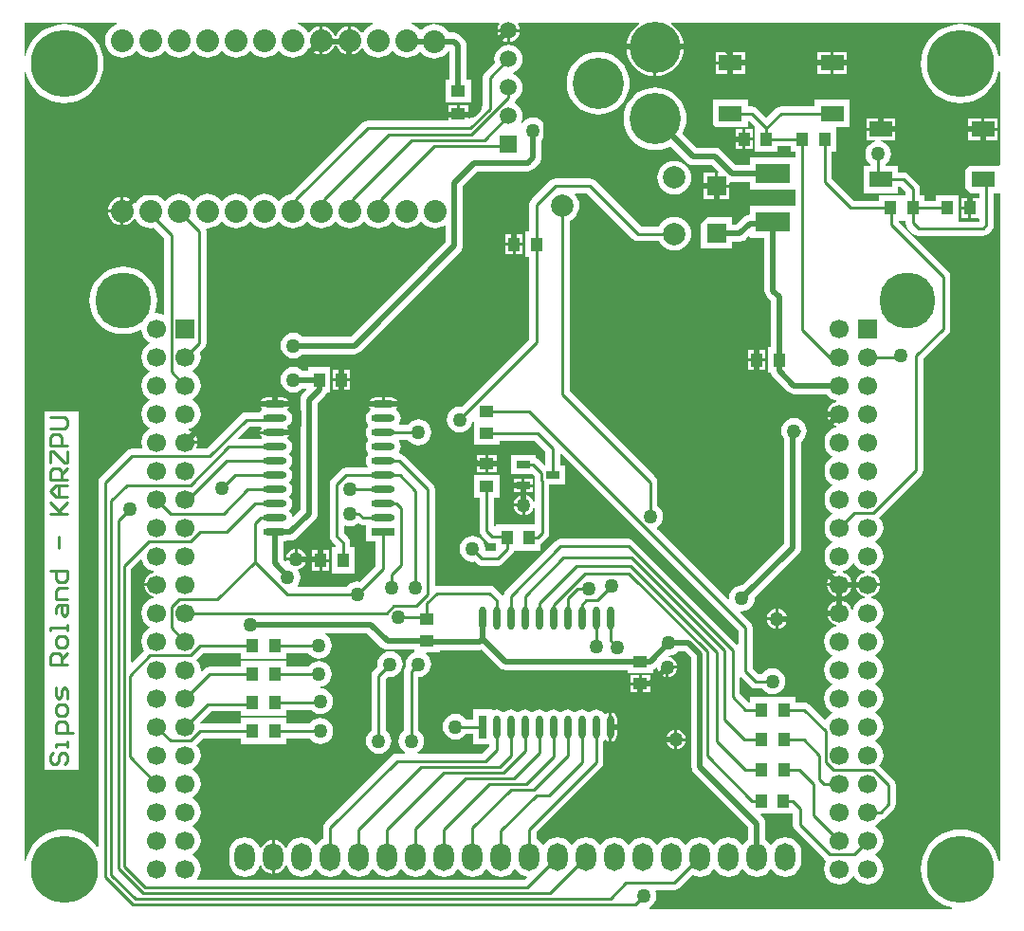
<source format=gtl>
G04*
G04 #@! TF.GenerationSoftware,Altium Limited,Altium Designer,18.0.11 (651)*
G04*
G04 Layer_Physical_Order=1*
G04 Layer_Color=255*
%FSLAX25Y25*%
%MOIN*%
G70*
G01*
G75*
%ADD10C,0.01000*%
%ADD32R,0.08268X0.05512*%
%ADD33R,0.03937X0.05118*%
%ADD34R,0.08268X0.02559*%
%ADD35O,0.08268X0.02559*%
%ADD36R,0.02559X0.08268*%
%ADD37O,0.02559X0.08268*%
%ADD38R,0.12402X0.07008*%
%ADD39R,0.05118X0.03937*%
%ADD40R,0.07087X0.07087*%
%ADD41R,0.04724X0.02559*%
%ADD42C,0.02000*%
%ADD43C,0.07874*%
%ADD44C,0.05906*%
%ADD45R,0.05906X0.05906*%
%ADD46C,0.08000*%
%ADD47C,0.06693*%
%ADD48R,0.06693X0.06693*%
%ADD49C,0.19685*%
%ADD50O,0.07087X0.09843*%
%ADD51C,0.18000*%
%ADD52C,0.23622*%
%ADD53C,0.05000*%
G36*
X38425Y317534D02*
X38500Y317034D01*
X38008Y316885D01*
X36965Y316328D01*
X36052Y315578D01*
X35302Y314665D01*
X34745Y313622D01*
X34402Y312491D01*
X34286Y311315D01*
X34402Y310139D01*
X34745Y309008D01*
X35302Y307965D01*
X36052Y307052D01*
X36965Y306302D01*
X38008Y305745D01*
X39139Y305402D01*
X40315Y305286D01*
X41491Y305402D01*
X42622Y305745D01*
X43665Y306302D01*
X44578Y307052D01*
X45065Y307645D01*
X45565D01*
X46052Y307052D01*
X46965Y306302D01*
X48008Y305745D01*
X49139Y305402D01*
X50315Y305286D01*
X51491Y305402D01*
X52622Y305745D01*
X53664Y306302D01*
X54578Y307052D01*
X55065Y307645D01*
X55565D01*
X56052Y307052D01*
X56965Y306302D01*
X58008Y305745D01*
X59139Y305402D01*
X60315Y305286D01*
X61491Y305402D01*
X62622Y305745D01*
X63665Y306302D01*
X64578Y307052D01*
X65065Y307645D01*
X65565D01*
X66052Y307052D01*
X66965Y306302D01*
X68008Y305745D01*
X69139Y305402D01*
X70315Y305286D01*
X71491Y305402D01*
X72622Y305745D01*
X73664Y306302D01*
X74578Y307052D01*
X75065Y307645D01*
X75565D01*
X76052Y307052D01*
X76965Y306302D01*
X78008Y305745D01*
X79139Y305402D01*
X80315Y305286D01*
X81491Y305402D01*
X82622Y305745D01*
X83665Y306302D01*
X84578Y307052D01*
X85065Y307645D01*
X85565D01*
X86052Y307052D01*
X86965Y306302D01*
X88008Y305745D01*
X89139Y305402D01*
X90315Y305286D01*
X91491Y305402D01*
X92622Y305745D01*
X93664Y306302D01*
X94578Y307052D01*
X95065Y307645D01*
X95565D01*
X96052Y307052D01*
X96965Y306302D01*
X98008Y305745D01*
X99139Y305402D01*
X100315Y305286D01*
X101491Y305402D01*
X102622Y305745D01*
X103665Y306302D01*
X104578Y307052D01*
X105328Y307965D01*
X105584Y308445D01*
X106177Y308494D01*
X106749Y307749D01*
X107793Y306947D01*
X109010Y306444D01*
X109815Y306338D01*
Y311315D01*
Y316292D01*
X109010Y316186D01*
X107793Y315683D01*
X106749Y314881D01*
X106177Y314136D01*
X105584Y314185D01*
X105328Y314665D01*
X104578Y315578D01*
X103665Y316328D01*
X102622Y316885D01*
X102130Y317034D01*
X102204Y317534D01*
X128426D01*
X128500Y317034D01*
X128008Y316885D01*
X126965Y316328D01*
X126052Y315578D01*
X125302Y314665D01*
X125046Y314185D01*
X124453Y314136D01*
X123881Y314881D01*
X122836Y315683D01*
X121620Y316186D01*
X120815Y316292D01*
Y311315D01*
Y306338D01*
X121620Y306444D01*
X122836Y306947D01*
X123881Y307749D01*
X124453Y308494D01*
X125046Y308445D01*
X125302Y307965D01*
X126052Y307052D01*
X126965Y306302D01*
X128008Y305745D01*
X129139Y305402D01*
X130315Y305286D01*
X131491Y305402D01*
X132622Y305745D01*
X133665Y306302D01*
X134578Y307052D01*
X135065Y307645D01*
X135565D01*
X136052Y307052D01*
X136965Y306302D01*
X138008Y305745D01*
X139139Y305402D01*
X140315Y305286D01*
X141491Y305402D01*
X142622Y305745D01*
X143665Y306302D01*
X144578Y307052D01*
X144778Y307296D01*
X145278D01*
X145737Y306737D01*
X146651Y305987D01*
X147693Y305430D01*
X148824Y305087D01*
X150000Y304971D01*
X151176Y305087D01*
X152307Y305430D01*
X153349Y305987D01*
X154263Y306737D01*
X154974Y307603D01*
X155142Y307595D01*
X155474Y307453D01*
X155474Y297406D01*
X153941D01*
Y289469D01*
X163059D01*
Y297406D01*
X161526D01*
X161526Y309500D01*
X161423Y310283D01*
X161120Y311013D01*
X160640Y311640D01*
X160640Y311640D01*
X159140Y313140D01*
X158513Y313620D01*
X157783Y313923D01*
X157000Y314026D01*
X155186D01*
X155013Y314350D01*
X154263Y315263D01*
X153349Y316013D01*
X152307Y316570D01*
X151176Y316913D01*
X150000Y317029D01*
X148824Y316913D01*
X147693Y316570D01*
X146651Y316013D01*
X145737Y315263D01*
X145537Y315019D01*
X145037D01*
X144578Y315578D01*
X143665Y316328D01*
X142622Y316885D01*
X142130Y317034D01*
X142204Y317534D01*
X172762D01*
X173009Y317034D01*
X172747Y316693D01*
X172349Y315732D01*
X172279Y315200D01*
X176200D01*
X180121D01*
X180051Y315732D01*
X179653Y316693D01*
X179391Y317034D01*
X179638Y317534D01*
X221908D01*
X222019Y317034D01*
X220595Y315865D01*
X219345Y314343D01*
X218417Y312606D01*
X217845Y310721D01*
X217701Y309260D01*
X237699D01*
X237555Y310721D01*
X236983Y312606D01*
X236055Y314343D01*
X234805Y315865D01*
X233381Y317034D01*
X233492Y317534D01*
X349034D01*
Y305996D01*
X348534Y305937D01*
X348176Y307431D01*
X347344Y309439D01*
X346208Y311293D01*
X344796Y312946D01*
X343143Y314357D01*
X341289Y315493D01*
X339281Y316325D01*
X337167Y316833D01*
X335000Y317003D01*
X332833Y316833D01*
X330719Y316325D01*
X328711Y315493D01*
X326857Y314357D01*
X325204Y312946D01*
X323792Y311293D01*
X322656Y309439D01*
X321824Y307431D01*
X321317Y305317D01*
X321146Y303150D01*
X321317Y300982D01*
X321824Y298869D01*
X322656Y296860D01*
X323792Y295007D01*
X325204Y293354D01*
X326857Y291942D01*
X328711Y290806D01*
X330719Y289974D01*
X332833Y289466D01*
X335000Y289296D01*
X337167Y289466D01*
X339281Y289974D01*
X341289Y290806D01*
X343143Y291942D01*
X344796Y293354D01*
X346208Y295007D01*
X347344Y296860D01*
X348176Y298869D01*
X348534Y300362D01*
X349034Y300303D01*
Y267592D01*
X348534Y267098D01*
X336753D01*
Y257586D01*
X341651D01*
Y256316D01*
X341305Y255959D01*
X341151Y255959D01*
X338837D01*
Y252400D01*
Y248841D01*
X341151D01*
X341305Y248841D01*
X341651Y248484D01*
Y247649D01*
X334852D01*
X334432Y247841D01*
Y256959D01*
X326495D01*
Y254949D01*
X322305D01*
Y256959D01*
X320886D01*
Y259063D01*
X320692Y260038D01*
X320139Y260865D01*
X316861Y264144D01*
X316034Y264697D01*
X315058Y264891D01*
X313194D01*
Y267098D01*
X308649D01*
Y267684D01*
X309309Y268191D01*
X310031Y269131D01*
X310484Y270225D01*
X310639Y271400D01*
X310484Y272575D01*
X310031Y273669D01*
X309309Y274609D01*
X308369Y275331D01*
X307275Y275784D01*
X307137Y275802D01*
X307169Y276302D01*
X312194D01*
Y279558D01*
X307060D01*
X301927D01*
Y276302D01*
X305031D01*
X305064Y275802D01*
X304925Y275784D01*
X303831Y275331D01*
X302891Y274609D01*
X302169Y273669D01*
X301716Y272575D01*
X301561Y271400D01*
X301716Y270225D01*
X302169Y269131D01*
X302891Y268191D01*
X303551Y267684D01*
Y267098D01*
X300927D01*
Y257586D01*
X313194D01*
Y259793D01*
X314002D01*
X315788Y258007D01*
Y256959D01*
X306494D01*
Y254949D01*
X297556D01*
X289886Y262619D01*
Y272041D01*
X291305D01*
Y280886D01*
X296047D01*
Y290398D01*
X283780D01*
Y288191D01*
X271957D01*
X270982Y287997D01*
X270155Y287444D01*
X266837Y284126D01*
X263519Y287444D01*
X262692Y287997D01*
X261717Y288191D01*
X260221D01*
Y290398D01*
X247953D01*
Y280886D01*
X260221D01*
Y282948D01*
X260720Y283033D01*
X262868Y280885D01*
Y272041D01*
X270806D01*
Y274051D01*
X275495D01*
Y272041D01*
X276914D01*
Y270004D01*
X260999D01*
Y267526D01*
X256104D01*
X250990Y272640D01*
X250363Y273120D01*
X249634Y273423D01*
X248850Y273526D01*
X242214D01*
X237325Y278414D01*
X237531Y278751D01*
X238194Y280351D01*
X238598Y282034D01*
X238734Y283760D01*
X238598Y285486D01*
X238194Y287170D01*
X237531Y288770D01*
X236627Y290246D01*
X235502Y291563D01*
X234186Y292687D01*
X232709Y293592D01*
X231110Y294254D01*
X229426Y294658D01*
X227700Y294794D01*
X225974Y294658D01*
X224290Y294254D01*
X222691Y293592D01*
X221214Y292687D01*
X219898Y291563D01*
X218773Y290246D01*
X217869Y288770D01*
X217206Y287170D01*
X216802Y285486D01*
X216666Y283760D01*
X216802Y282034D01*
X217206Y280351D01*
X217869Y278751D01*
X218773Y277275D01*
X219898Y275958D01*
X221214Y274834D01*
X222691Y273929D01*
X224290Y273266D01*
X225974Y272862D01*
X227700Y272726D01*
X229426Y272862D01*
X231110Y273266D01*
X232709Y273929D01*
X233046Y274135D01*
X238821Y268360D01*
X239447Y267880D01*
X240177Y267577D01*
X240960Y267474D01*
X247597D01*
X249931Y265141D01*
X249800Y264826D01*
Y260635D01*
X253843D01*
Y261169D01*
X254343Y261540D01*
X254843Y261474D01*
X260999D01*
Y258996D01*
X276914D01*
Y253004D01*
X260999D01*
Y250502D01*
X260900Y250026D01*
X260117Y249923D01*
X259387Y249621D01*
X258760Y249140D01*
X258760Y249140D01*
X256247Y246626D01*
X254843D01*
Y249143D01*
X243757D01*
Y238057D01*
X254843D01*
Y240574D01*
X257500D01*
X258283Y240677D01*
X259013Y240980D01*
X259640Y241460D01*
X260537Y242358D01*
X260999Y242167D01*
Y241996D01*
X266174D01*
Y223300D01*
X266277Y222517D01*
X266580Y221787D01*
X267060Y221160D01*
X268348Y219873D01*
Y203559D01*
X267406D01*
Y194441D01*
X268438D01*
X268451Y194343D01*
X268754Y193613D01*
X269234Y192986D01*
X274360Y187860D01*
X274987Y187380D01*
X275717Y187077D01*
X276500Y186974D01*
X288083D01*
X288687Y186187D01*
X289804Y185330D01*
X291104Y184791D01*
X291433Y184748D01*
Y184244D01*
X291365Y184235D01*
X290308Y183797D01*
X289400Y183100D01*
X288703Y182192D01*
X288265Y181135D01*
X288182Y180500D01*
X292500D01*
Y179500D01*
X288182D01*
X288265Y178865D01*
X288703Y177808D01*
X289400Y176900D01*
X290308Y176203D01*
X291365Y175765D01*
X291433Y175757D01*
Y175252D01*
X291104Y175209D01*
X289804Y174670D01*
X288687Y173813D01*
X287830Y172696D01*
X287291Y171396D01*
X287107Y170000D01*
X287291Y168604D01*
X287830Y167304D01*
X288687Y166187D01*
X289804Y165330D01*
X289997Y165250D01*
Y164750D01*
X289804Y164670D01*
X288687Y163813D01*
X287830Y162696D01*
X287291Y161396D01*
X287107Y160000D01*
X287291Y158604D01*
X287830Y157304D01*
X288687Y156187D01*
X289804Y155330D01*
X289997Y155250D01*
Y154750D01*
X289804Y154670D01*
X288687Y153813D01*
X287830Y152696D01*
X287291Y151396D01*
X287107Y150000D01*
X287291Y148604D01*
X287830Y147304D01*
X288687Y146187D01*
X289804Y145330D01*
X289997Y145250D01*
Y144750D01*
X289804Y144670D01*
X288687Y143813D01*
X287830Y142696D01*
X287291Y141396D01*
X287107Y140000D01*
X287291Y138604D01*
X287830Y137304D01*
X288687Y136187D01*
X289804Y135330D01*
X289997Y135250D01*
Y134750D01*
X289804Y134670D01*
X288687Y133813D01*
X287830Y132696D01*
X287291Y131396D01*
X287107Y130000D01*
X287291Y128604D01*
X287830Y127304D01*
X288687Y126187D01*
X289804Y125330D01*
X291104Y124791D01*
X291433Y124748D01*
Y124243D01*
X291365Y124235D01*
X290308Y123797D01*
X289400Y123100D01*
X288703Y122192D01*
X288265Y121135D01*
X288182Y120500D01*
X292500D01*
X296818D01*
X296734Y121135D01*
X296297Y122192D01*
X295600Y123100D01*
X294692Y123797D01*
X293635Y124235D01*
X293567Y124243D01*
Y124748D01*
X293896Y124791D01*
X295196Y125330D01*
X296313Y126187D01*
X297170Y127304D01*
X297250Y127497D01*
X297750D01*
X297830Y127304D01*
X298687Y126187D01*
X299804Y125330D01*
X301104Y124791D01*
X301433Y124748D01*
Y124243D01*
X301365Y124235D01*
X300308Y123797D01*
X299400Y123100D01*
X298703Y122192D01*
X298265Y121135D01*
X298182Y120500D01*
X302500D01*
X306818D01*
X306734Y121135D01*
X306297Y122192D01*
X305600Y123100D01*
X304692Y123797D01*
X303635Y124235D01*
X303567Y124243D01*
Y124748D01*
X303896Y124791D01*
X305196Y125330D01*
X306313Y126187D01*
X307170Y127304D01*
X307709Y128604D01*
X307892Y130000D01*
X307709Y131396D01*
X307170Y132696D01*
X306313Y133813D01*
X305196Y134670D01*
X305003Y134750D01*
Y135250D01*
X305196Y135330D01*
X306313Y136187D01*
X307170Y137304D01*
X307709Y138604D01*
X307892Y140000D01*
X307709Y141396D01*
X307170Y142696D01*
X306512Y143554D01*
X321302Y158344D01*
X321855Y159171D01*
X322049Y160146D01*
Y199344D01*
X330702Y207998D01*
X331255Y208824D01*
X331449Y209800D01*
Y228200D01*
X331255Y229175D01*
X330702Y230002D01*
X313364Y247341D01*
X313526Y247841D01*
X315788D01*
Y247063D01*
X315982Y246088D01*
X316535Y245261D01*
X318498Y243298D01*
X319324Y242745D01*
X320300Y242551D01*
X342900D01*
X343876Y242745D01*
X344702Y243298D01*
X346002Y244598D01*
X346555Y245425D01*
X346749Y246400D01*
Y257586D01*
X349021Y257586D01*
X349034Y257091D01*
X349034Y22847D01*
X348534Y22787D01*
X348176Y24281D01*
X347344Y26289D01*
X346208Y28143D01*
X344796Y29796D01*
X343143Y31208D01*
X341289Y32344D01*
X339281Y33176D01*
X337167Y33683D01*
X335000Y33854D01*
X332833Y33683D01*
X330719Y33176D01*
X328711Y32344D01*
X326857Y31208D01*
X325204Y29796D01*
X323792Y28143D01*
X322656Y26289D01*
X321824Y24281D01*
X321317Y22167D01*
X321146Y20000D01*
X321317Y17833D01*
X321824Y15719D01*
X322656Y13711D01*
X323792Y11857D01*
X325204Y10204D01*
X326857Y8792D01*
X328711Y7656D01*
X330719Y6824D01*
X332213Y6466D01*
X332153Y5966D01*
X225699D01*
X225600Y6466D01*
X225869Y6577D01*
X226809Y7299D01*
X227531Y8239D01*
X227984Y9334D01*
X228139Y10508D01*
X227984Y11683D01*
X227797Y12135D01*
X228075Y12551D01*
X234387D01*
X235363Y12745D01*
X236190Y13298D01*
X240832Y17940D01*
X242053Y17434D01*
X243500Y17244D01*
X244947Y17434D01*
X246296Y17993D01*
X247453Y18881D01*
X248196Y19848D01*
X248278Y19882D01*
X248722D01*
X248804Y19848D01*
X249547Y18881D01*
X250704Y17993D01*
X252053Y17434D01*
X253500Y17244D01*
X254947Y17434D01*
X256296Y17993D01*
X257453Y18881D01*
X258196Y19848D01*
X258278Y19882D01*
X258722D01*
X258804Y19848D01*
X259546Y18881D01*
X260704Y17993D01*
X262053Y17434D01*
X263500Y17244D01*
X264947Y17434D01*
X266296Y17993D01*
X267454Y18881D01*
X268196Y19848D01*
X268278Y19882D01*
X268722D01*
X268804Y19848D01*
X269547Y18881D01*
X270704Y17993D01*
X272053Y17434D01*
X273500Y17244D01*
X274947Y17434D01*
X276296Y17993D01*
X277453Y18881D01*
X278342Y20039D01*
X278901Y21387D01*
X279091Y22835D01*
Y25591D01*
X278901Y27038D01*
X278342Y28386D01*
X277453Y29544D01*
X276296Y30433D01*
X274947Y30991D01*
X273500Y31182D01*
X272053Y30991D01*
X270704Y30433D01*
X269547Y29544D01*
X268804Y28577D01*
X268722Y28543D01*
X268278D01*
X268196Y28577D01*
X267454Y29544D01*
X266526Y30256D01*
Y36000D01*
X266526Y36000D01*
X266423Y36783D01*
X266121Y37513D01*
X265640Y38140D01*
X265640Y38140D01*
X264800Y38979D01*
X264992Y39441D01*
X276151D01*
Y35472D01*
X276345Y34496D01*
X276898Y33669D01*
X287216Y23351D01*
X287785Y22971D01*
X287830Y22696D01*
X287291Y21396D01*
X287107Y20000D01*
X287291Y18604D01*
X287830Y17304D01*
X288687Y16187D01*
X289804Y15330D01*
X291104Y14791D01*
X292500Y14607D01*
X293896Y14791D01*
X295196Y15330D01*
X296313Y16187D01*
X297170Y17304D01*
X297250Y17497D01*
X297750D01*
X297830Y17304D01*
X298687Y16187D01*
X299804Y15330D01*
X301104Y14791D01*
X302500Y14607D01*
X303896Y14791D01*
X305196Y15330D01*
X306313Y16187D01*
X307170Y17304D01*
X307709Y18604D01*
X307892Y20000D01*
X307709Y21396D01*
X307170Y22696D01*
X306313Y23813D01*
X305196Y24670D01*
X305003Y24750D01*
Y25250D01*
X305196Y25330D01*
X306313Y26187D01*
X307170Y27304D01*
X307709Y28604D01*
X307892Y30000D01*
X307709Y31396D01*
X307170Y32696D01*
X306313Y33813D01*
X305196Y34670D01*
X305003Y34750D01*
Y35250D01*
X305196Y35330D01*
X306313Y36187D01*
X307170Y37304D01*
X307252Y37501D01*
X307976Y37645D01*
X308802Y38198D01*
X311656Y41052D01*
X312209Y41878D01*
X312403Y42854D01*
Y49500D01*
X312209Y50476D01*
X311656Y51302D01*
X306512Y56446D01*
X307170Y57304D01*
X307709Y58604D01*
X307892Y60000D01*
X307709Y61396D01*
X307170Y62696D01*
X306313Y63813D01*
X305196Y64670D01*
X305003Y64750D01*
Y65250D01*
X305196Y65330D01*
X306313Y66187D01*
X307170Y67304D01*
X307709Y68604D01*
X307892Y70000D01*
X307709Y71396D01*
X307170Y72696D01*
X306313Y73813D01*
X305196Y74670D01*
X305003Y74750D01*
Y75250D01*
X305196Y75330D01*
X306313Y76187D01*
X307170Y77304D01*
X307709Y78604D01*
X307892Y80000D01*
X307709Y81396D01*
X307170Y82696D01*
X306313Y83813D01*
X305196Y84670D01*
X305003Y84750D01*
Y85250D01*
X305196Y85330D01*
X306313Y86187D01*
X307170Y87304D01*
X307709Y88604D01*
X307892Y90000D01*
X307709Y91396D01*
X307170Y92696D01*
X306313Y93813D01*
X305196Y94670D01*
X305003Y94750D01*
Y95250D01*
X305196Y95330D01*
X306313Y96187D01*
X307170Y97304D01*
X307709Y98604D01*
X307892Y100000D01*
X307709Y101396D01*
X307170Y102696D01*
X306313Y103813D01*
X305196Y104670D01*
X305003Y104750D01*
Y105250D01*
X305196Y105330D01*
X306313Y106187D01*
X307170Y107304D01*
X307709Y108604D01*
X307892Y110000D01*
X307709Y111396D01*
X307170Y112696D01*
X306313Y113813D01*
X305196Y114670D01*
X303896Y115209D01*
X303567Y115252D01*
Y115756D01*
X303635Y115765D01*
X304692Y116203D01*
X305600Y116900D01*
X306297Y117808D01*
X306734Y118865D01*
X306818Y119500D01*
X302500D01*
X298182D01*
X298265Y118865D01*
X298703Y117808D01*
X299400Y116900D01*
X300308Y116203D01*
X301365Y115765D01*
X301433Y115756D01*
Y115252D01*
X301104Y115209D01*
X299804Y114670D01*
X298687Y113813D01*
X297830Y112696D01*
X297291Y111396D01*
X297248Y111067D01*
X296743D01*
X296734Y111135D01*
X296297Y112192D01*
X295600Y113100D01*
X294692Y113797D01*
X293635Y114235D01*
X293000Y114318D01*
Y110000D01*
X292500D01*
Y109500D01*
X288182D01*
X288265Y108865D01*
X288703Y107808D01*
X289400Y106900D01*
X290308Y106203D01*
X291365Y105765D01*
X291433Y105756D01*
Y105252D01*
X291104Y105209D01*
X289804Y104670D01*
X288687Y103813D01*
X287830Y102696D01*
X287291Y101396D01*
X287107Y100000D01*
X287291Y98604D01*
X287830Y97304D01*
X288687Y96187D01*
X289804Y95330D01*
X289997Y95250D01*
Y94750D01*
X289804Y94670D01*
X288687Y93813D01*
X287830Y92696D01*
X287291Y91396D01*
X287107Y90000D01*
X287291Y88604D01*
X287830Y87304D01*
X288687Y86187D01*
X289804Y85330D01*
X289997Y85250D01*
Y84750D01*
X289804Y84670D01*
X288687Y83813D01*
X287830Y82696D01*
X287291Y81396D01*
X287107Y80000D01*
X287291Y78604D01*
X287830Y77304D01*
X288687Y76187D01*
X289804Y75330D01*
X289997Y75250D01*
Y74750D01*
X289804Y74670D01*
X288687Y73813D01*
X287830Y72696D01*
X287732Y72461D01*
X287242Y72363D01*
X281802Y77802D01*
X280976Y78355D01*
X280000Y78549D01*
X276905D01*
Y80559D01*
X261094D01*
Y78549D01*
X260556D01*
X257549Y81556D01*
Y87139D01*
X258049Y87346D01*
X261198Y84198D01*
X262024Y83645D01*
X263000Y83451D01*
X265284D01*
X265791Y82791D01*
X266731Y82069D01*
X267825Y81616D01*
X269000Y81461D01*
X270175Y81616D01*
X271269Y82069D01*
X272209Y82791D01*
X272931Y83731D01*
X273384Y84825D01*
X273539Y86000D01*
X273384Y87175D01*
X272931Y88269D01*
X272209Y89209D01*
X271269Y89931D01*
X270175Y90384D01*
X269000Y90539D01*
X267825Y90384D01*
X266731Y89931D01*
X265791Y89209D01*
X265284Y88549D01*
X264056D01*
X262049Y90556D01*
Y104843D01*
X261855Y105819D01*
X261302Y106646D01*
X257698Y110250D01*
X257919Y110698D01*
X258200Y110661D01*
X259375Y110816D01*
X260469Y111269D01*
X261409Y111991D01*
X262131Y112931D01*
X262584Y114025D01*
X262739Y115200D01*
X262709Y115429D01*
X278140Y130860D01*
X278621Y131487D01*
X278923Y132217D01*
X279026Y133000D01*
Y170266D01*
X279709Y170791D01*
X280431Y171731D01*
X280884Y172825D01*
X281039Y174000D01*
X280884Y175175D01*
X280431Y176269D01*
X279709Y177209D01*
X278769Y177931D01*
X277675Y178384D01*
X276500Y178539D01*
X275325Y178384D01*
X274231Y177931D01*
X273291Y177209D01*
X272569Y176269D01*
X272116Y175175D01*
X271961Y174000D01*
X272116Y172825D01*
X272569Y171731D01*
X272974Y171203D01*
Y134253D01*
X258429Y119709D01*
X258200Y119739D01*
X257025Y119584D01*
X255931Y119131D01*
X254991Y118409D01*
X254269Y117469D01*
X253816Y116375D01*
X253661Y115200D01*
X253698Y114919D01*
X253250Y114698D01*
X228338Y139610D01*
X228448Y140207D01*
X229209Y140791D01*
X229931Y141731D01*
X230384Y142825D01*
X230539Y144000D01*
X230384Y145175D01*
X229931Y146269D01*
X229209Y147209D01*
X228549Y147716D01*
Y156000D01*
X228355Y156975D01*
X227802Y157802D01*
X197587Y188018D01*
Y247805D01*
X198352Y248214D01*
X199256Y248956D01*
X199998Y249860D01*
X200550Y250891D01*
X200889Y252010D01*
X201004Y253174D01*
X200889Y254338D01*
X200550Y255457D01*
X199998Y256489D01*
X199455Y257151D01*
X199691Y257651D01*
X203744D01*
X219866Y241529D01*
X220693Y240977D01*
X221668Y240783D01*
X229039D01*
X229448Y240017D01*
X230190Y239113D01*
X231094Y238371D01*
X232125Y237820D01*
X233244Y237481D01*
X234408Y237366D01*
X235572Y237481D01*
X236691Y237820D01*
X237722Y238371D01*
X238627Y239113D01*
X239368Y240017D01*
X239920Y241049D01*
X240259Y242168D01*
X240374Y243332D01*
X240259Y244496D01*
X239920Y245615D01*
X239368Y246646D01*
X238627Y247550D01*
X237722Y248292D01*
X236691Y248843D01*
X235572Y249183D01*
X234408Y249297D01*
X233244Y249183D01*
X232125Y248843D01*
X231094Y248292D01*
X230190Y247550D01*
X229448Y246646D01*
X229039Y245881D01*
X222724D01*
X206602Y262002D01*
X205775Y262555D01*
X204800Y262749D01*
X192600D01*
X191624Y262555D01*
X190798Y262002D01*
X184248Y255453D01*
X183695Y254626D01*
X183501Y253650D01*
Y244159D01*
X182082D01*
Y235041D01*
X183501D01*
Y206106D01*
X163966Y186571D01*
X163517Y186271D01*
X159694Y182448D01*
X159000Y182539D01*
X157825Y182384D01*
X156731Y181931D01*
X155791Y181209D01*
X155069Y180269D01*
X154616Y179175D01*
X154461Y178000D01*
X154616Y176825D01*
X155069Y175731D01*
X155791Y174791D01*
X156731Y174069D01*
X157825Y173616D01*
X159000Y173461D01*
X160175Y173616D01*
X161269Y174069D01*
X162209Y174791D01*
X162931Y175731D01*
X163384Y176825D01*
X163441Y177257D01*
X163941Y177224D01*
Y169158D01*
X173059D01*
Y170577D01*
X185318D01*
X189175Y166720D01*
Y162136D01*
X188675Y161929D01*
X186562Y164043D01*
X185735Y164595D01*
X185638Y164614D01*
Y165520D01*
X176913D01*
Y158961D01*
X184435D01*
X185313Y158082D01*
Y156599D01*
X185351Y156409D01*
Y149155D01*
X184851Y149056D01*
X184557Y149765D01*
X183996Y150496D01*
X183265Y151057D01*
X182414Y151410D01*
X182000Y151464D01*
Y148000D01*
Y144536D01*
X182414Y144590D01*
X183265Y144943D01*
X183996Y145504D01*
X184557Y146235D01*
X184851Y146944D01*
X185351Y146845D01*
Y141059D01*
X171658D01*
Y140638D01*
X171158Y140371D01*
X171049Y140444D01*
Y150594D01*
X173059D01*
Y158531D01*
X163941D01*
Y150594D01*
X165951D01*
Y139000D01*
X166145Y138024D01*
X166698Y137198D01*
X168698Y135198D01*
X169525Y134645D01*
X170500Y134451D01*
X171658D01*
Y132162D01*
X171244Y131749D01*
X168319D01*
X167990Y132125D01*
X168039Y132500D01*
X167884Y133675D01*
X167431Y134769D01*
X166709Y135709D01*
X165769Y136431D01*
X164675Y136884D01*
X163500Y137039D01*
X162325Y136884D01*
X161231Y136431D01*
X160291Y135709D01*
X159569Y134769D01*
X159116Y133675D01*
X158961Y132500D01*
X159116Y131325D01*
X159569Y130231D01*
X160291Y129291D01*
X161231Y128569D01*
X162325Y128116D01*
X163500Y127961D01*
X164325Y128070D01*
X164998Y127398D01*
X165824Y126845D01*
X166800Y126651D01*
X172300D01*
X173275Y126845D01*
X174102Y127398D01*
X177428Y130724D01*
X177981Y131551D01*
X178059Y131941D01*
X187469D01*
Y134241D01*
X188152Y134698D01*
X189702Y136248D01*
X190255Y137074D01*
X190449Y138050D01*
Y155220D01*
X196087D01*
Y161779D01*
X194273D01*
Y165812D01*
X194735Y166003D01*
X256951Y103787D01*
Y99189D01*
X256451Y98982D01*
X220131Y135302D01*
X219304Y135855D01*
X218328Y136049D01*
X194500D01*
X193525Y135855D01*
X192698Y135302D01*
X175198Y117802D01*
X174645Y116975D01*
X174486Y116179D01*
X173970Y116052D01*
X173802Y116302D01*
X171302Y118802D01*
X170475Y119355D01*
X169500Y119549D01*
X151000D01*
X150735Y119496D01*
X150349Y119814D01*
Y153400D01*
X150155Y154376D01*
X149602Y155202D01*
X139502Y165302D01*
X138675Y165855D01*
X137815Y166026D01*
X137637Y166323D01*
X137585Y166549D01*
X137813Y166846D01*
X138144Y167644D01*
X138257Y168500D01*
X138144Y169356D01*
X137813Y170154D01*
X137585Y170451D01*
X137832Y170951D01*
X140784D01*
X141291Y170291D01*
X142231Y169569D01*
X143325Y169116D01*
X144500Y168961D01*
X145675Y169116D01*
X146769Y169569D01*
X147709Y170291D01*
X148431Y171231D01*
X148884Y172325D01*
X149039Y173500D01*
X148884Y174675D01*
X148431Y175769D01*
X147709Y176709D01*
X146769Y177431D01*
X145675Y177884D01*
X144500Y178039D01*
X143325Y177884D01*
X142231Y177431D01*
X141291Y176709D01*
X140784Y176049D01*
X137832D01*
X137585Y176549D01*
X137813Y176846D01*
X138144Y177644D01*
X138257Y178500D01*
X138144Y179356D01*
X137813Y180154D01*
X137288Y180839D01*
X136674Y181310D01*
X136594Y181773D01*
X136620Y181899D01*
X137096Y182611D01*
X137174Y183000D01*
X132095D01*
X127015D01*
X127093Y182611D01*
X127569Y181899D01*
X127595Y181773D01*
X127515Y181310D01*
X126901Y180839D01*
X126375Y180154D01*
X126045Y179356D01*
X125932Y178500D01*
X126045Y177644D01*
X126375Y176846D01*
X126752Y176355D01*
X126855Y176000D01*
X126752Y175645D01*
X126375Y175154D01*
X126045Y174356D01*
X125932Y173500D01*
X126045Y172644D01*
X126375Y171846D01*
X126752Y171355D01*
X126855Y171000D01*
X126752Y170645D01*
X126375Y170154D01*
X126045Y169356D01*
X125932Y168500D01*
X126045Y167644D01*
X126375Y166846D01*
X126752Y166355D01*
X126855Y166000D01*
X126752Y165645D01*
X126375Y165154D01*
X126045Y164356D01*
X125932Y163500D01*
X126045Y162644D01*
X126375Y161846D01*
X126603Y161549D01*
X126357Y161049D01*
X119000D01*
X118025Y160855D01*
X117198Y160302D01*
X113998Y157102D01*
X113445Y156275D01*
X113251Y155300D01*
Y136996D01*
X113445Y136021D01*
X113998Y135194D01*
X115388Y133803D01*
Y133059D01*
X113969D01*
Y123941D01*
X121906D01*
Y133059D01*
X120486D01*
Y134859D01*
X120292Y135835D01*
X119739Y136662D01*
X118349Y138052D01*
Y140570D01*
X118765Y140848D01*
X119325Y140616D01*
X120500Y140461D01*
X121675Y140616D01*
X122769Y141069D01*
X123406Y141558D01*
X124024Y141145D01*
X125000Y140951D01*
X125961D01*
Y135221D01*
X129545D01*
Y126650D01*
X123825Y120930D01*
X123000Y121039D01*
X121825Y120884D01*
X120731Y120431D01*
X119791Y119709D01*
X119284Y119049D01*
X102154D01*
X101908Y119549D01*
X102431Y120231D01*
X102884Y121325D01*
X103039Y122500D01*
X102884Y123675D01*
X102431Y124769D01*
X102162Y125120D01*
X102353Y125582D01*
X102414Y125590D01*
X103265Y125943D01*
X103996Y126504D01*
X104557Y127235D01*
X104910Y128086D01*
X104964Y128500D01*
X98036D01*
X98043Y128443D01*
X97570Y128210D01*
X96931Y128848D01*
Y135215D01*
X97616Y135305D01*
X98024Y135474D01*
X99500D01*
X100283Y135577D01*
X101013Y135880D01*
X101640Y136360D01*
X108140Y142860D01*
X108621Y143487D01*
X108923Y144217D01*
X109026Y145000D01*
X109026Y145000D01*
Y183747D01*
X111703Y186423D01*
X112183Y187050D01*
X112345Y187441D01*
X113531D01*
Y196559D01*
X105595D01*
Y195026D01*
X103850D01*
X103709Y195209D01*
X102769Y195931D01*
X101675Y196384D01*
X100500Y196539D01*
X99325Y196384D01*
X98231Y195931D01*
X97291Y195209D01*
X96569Y194269D01*
X96116Y193175D01*
X95961Y192000D01*
X96116Y190825D01*
X96569Y189731D01*
X97291Y188791D01*
X98231Y188069D01*
X99325Y187616D01*
X100500Y187461D01*
X101675Y187616D01*
X102769Y188069D01*
X103709Y188791D01*
X103850Y188974D01*
X104988D01*
X105195Y188474D01*
X103860Y187140D01*
X103379Y186513D01*
X103077Y185783D01*
X102974Y185000D01*
Y146253D01*
X100531Y143810D01*
X100003Y143990D01*
X99955Y144356D01*
X99625Y145154D01*
X99099Y145839D01*
Y146161D01*
X99625Y146846D01*
X99955Y147644D01*
X100068Y148500D01*
X99955Y149356D01*
X99625Y150154D01*
X99248Y150645D01*
X99145Y151000D01*
X99248Y151355D01*
X99625Y151846D01*
X99955Y152644D01*
X100068Y153500D01*
X99955Y154356D01*
X99625Y155154D01*
X99248Y155645D01*
X99145Y156000D01*
X99248Y156355D01*
X99625Y156846D01*
X99955Y157644D01*
X100068Y158500D01*
X99955Y159356D01*
X99625Y160154D01*
X99248Y160645D01*
X99145Y161000D01*
X99248Y161355D01*
X99625Y161846D01*
X99955Y162644D01*
X100068Y163500D01*
X99955Y164356D01*
X99625Y165154D01*
X99248Y165645D01*
X99145Y166000D01*
X99248Y166355D01*
X99625Y166846D01*
X99955Y167644D01*
X100068Y168500D01*
X99955Y169356D01*
X99625Y170154D01*
X99099Y170839D01*
X98485Y171310D01*
X98405Y171773D01*
X98431Y171899D01*
X98907Y172611D01*
X98985Y173000D01*
X93906D01*
X88826D01*
X88904Y172611D01*
X89380Y171899D01*
X89406Y171773D01*
X89326Y171310D01*
X88986Y171049D01*
X81307D01*
X81116Y171511D01*
X85056Y175451D01*
X89037D01*
X89279Y174951D01*
X88904Y174389D01*
X88826Y174000D01*
X93906D01*
X98985D01*
X98907Y174389D01*
X98431Y175101D01*
X98405Y175227D01*
X98485Y175690D01*
X99099Y176161D01*
X99625Y176846D01*
X99955Y177644D01*
X100068Y178500D01*
X99955Y179356D01*
X99625Y180154D01*
X99099Y180839D01*
X98485Y181310D01*
X98405Y181773D01*
X98431Y181899D01*
X98907Y182611D01*
X98985Y183000D01*
X93906D01*
X88826D01*
X88904Y182611D01*
X89380Y181899D01*
X89406Y181773D01*
X89326Y181310D01*
X88712Y180839D01*
X88490Y180549D01*
X84000D01*
X83025Y180355D01*
X82198Y179802D01*
X70098Y167702D01*
X66794D01*
X66460Y168202D01*
X66734Y168865D01*
X66818Y169500D01*
X62500D01*
Y170500D01*
X66818D01*
X66734Y171135D01*
X66297Y172192D01*
X65600Y173100D01*
X64692Y173797D01*
X63635Y174235D01*
X63567Y174243D01*
Y174748D01*
X63896Y174791D01*
X65196Y175330D01*
X66313Y176187D01*
X67170Y177304D01*
X67709Y178604D01*
X67892Y180000D01*
X67709Y181396D01*
X67170Y182696D01*
X66313Y183813D01*
X65196Y184670D01*
X65003Y184750D01*
Y185250D01*
X65196Y185330D01*
X66313Y186187D01*
X67170Y187304D01*
X67709Y188604D01*
X67892Y190000D01*
X67709Y191396D01*
X67170Y192696D01*
X66313Y193813D01*
X65196Y194670D01*
X65003Y194750D01*
Y195250D01*
X65196Y195330D01*
X66313Y196187D01*
X67170Y197304D01*
X67709Y198604D01*
X67892Y200000D01*
X67709Y201396D01*
X67648Y201543D01*
X69149Y203044D01*
X69701Y203871D01*
X69895Y204847D01*
Y244284D01*
X69786Y244836D01*
X70204Y245297D01*
X70315Y245286D01*
X71491Y245402D01*
X72622Y245745D01*
X73664Y246302D01*
X74578Y247052D01*
X75065Y247645D01*
X75565D01*
X76052Y247052D01*
X76965Y246302D01*
X78008Y245745D01*
X79139Y245402D01*
X80315Y245286D01*
X81491Y245402D01*
X82622Y245745D01*
X83665Y246302D01*
X84578Y247052D01*
X85065Y247645D01*
X85565D01*
X86052Y247052D01*
X86965Y246302D01*
X88008Y245745D01*
X89139Y245402D01*
X90315Y245286D01*
X91491Y245402D01*
X92622Y245745D01*
X93664Y246302D01*
X94578Y247052D01*
X95065Y247645D01*
X95565D01*
X96052Y247052D01*
X96965Y246302D01*
X98008Y245745D01*
X99139Y245402D01*
X100315Y245286D01*
X101491Y245402D01*
X102622Y245745D01*
X103665Y246302D01*
X104578Y247052D01*
X105065Y247645D01*
X105565D01*
X106052Y247052D01*
X106965Y246302D01*
X108008Y245745D01*
X109139Y245402D01*
X110315Y245286D01*
X111491Y245402D01*
X112622Y245745D01*
X113664Y246302D01*
X114578Y247052D01*
X115065Y247645D01*
X115565D01*
X116052Y247052D01*
X116965Y246302D01*
X118008Y245745D01*
X119139Y245402D01*
X120315Y245286D01*
X121491Y245402D01*
X122622Y245745D01*
X123664Y246302D01*
X124578Y247052D01*
X125065Y247645D01*
X125565D01*
X126052Y247052D01*
X126965Y246302D01*
X128008Y245745D01*
X129139Y245402D01*
X130315Y245286D01*
X131491Y245402D01*
X132622Y245745D01*
X133665Y246302D01*
X134578Y247052D01*
X135065Y247645D01*
X135565D01*
X136052Y247052D01*
X136965Y246302D01*
X138008Y245745D01*
X139139Y245402D01*
X140315Y245286D01*
X141491Y245402D01*
X142622Y245745D01*
X143665Y246302D01*
X144578Y247052D01*
X145065Y247645D01*
X145565D01*
X146052Y247052D01*
X146965Y246302D01*
X148008Y245745D01*
X149139Y245402D01*
X150315Y245286D01*
X151491Y245402D01*
X152622Y245745D01*
X153574Y246254D01*
X154074Y246073D01*
Y240409D01*
X120691Y207026D01*
X103850D01*
X103709Y207209D01*
X102769Y207931D01*
X101675Y208384D01*
X100500Y208539D01*
X99325Y208384D01*
X98231Y207931D01*
X97291Y207209D01*
X96569Y206269D01*
X96116Y205175D01*
X95961Y204000D01*
X96116Y202825D01*
X96569Y201731D01*
X97291Y200791D01*
X98231Y200069D01*
X99325Y199616D01*
X100500Y199461D01*
X101675Y199616D01*
X102769Y200069D01*
X103709Y200791D01*
X103850Y200974D01*
X121945D01*
X122728Y201077D01*
X123458Y201379D01*
X124084Y201860D01*
X159240Y237016D01*
X159240Y237016D01*
X159721Y237642D01*
X160023Y238372D01*
X160126Y239155D01*
Y260047D01*
X165353Y265274D01*
X182900D01*
X183683Y265377D01*
X184413Y265680D01*
X185040Y266160D01*
X186887Y268008D01*
X187368Y268634D01*
X187670Y269364D01*
X187773Y270147D01*
Y276303D01*
X187957Y276443D01*
X188678Y277383D01*
X189131Y278478D01*
X189286Y279653D01*
X189131Y280827D01*
X188678Y281922D01*
X187957Y282862D01*
X187017Y283583D01*
X185922Y284037D01*
X184747Y284192D01*
X183572Y284037D01*
X182478Y283583D01*
X181538Y282862D01*
X181110Y282304D01*
X180673Y282556D01*
X181025Y283407D01*
X181195Y284700D01*
X181025Y285993D01*
X180526Y287198D01*
X179732Y288232D01*
X178698Y289026D01*
X178375Y289160D01*
X178230Y289638D01*
X178555Y290125D01*
X178596Y290332D01*
X178698Y290374D01*
X179732Y291168D01*
X180526Y292202D01*
X181025Y293407D01*
X181195Y294700D01*
X181025Y295993D01*
X180526Y297198D01*
X179732Y298232D01*
X178698Y299026D01*
X177724Y299429D01*
Y299971D01*
X178698Y300374D01*
X179732Y301168D01*
X180526Y302202D01*
X181025Y303407D01*
X181195Y304700D01*
X181025Y305993D01*
X180526Y307198D01*
X179732Y308232D01*
X178698Y309026D01*
X177493Y309525D01*
X176200Y309696D01*
X174907Y309525D01*
X173702Y309026D01*
X172668Y308232D01*
X171874Y307198D01*
X171375Y305993D01*
X171204Y304700D01*
X171366Y303471D01*
X167798Y299902D01*
X167245Y299076D01*
X167051Y298100D01*
Y288384D01*
X162521Y283854D01*
X162059Y284046D01*
Y285063D01*
X158500D01*
X154941D01*
Y283149D01*
X126600D01*
X125625Y282955D01*
X124798Y282402D01*
X99713Y257317D01*
X99689Y257282D01*
X99139Y257228D01*
X98008Y256885D01*
X96965Y256328D01*
X96052Y255578D01*
X95565Y254985D01*
X95065D01*
X94578Y255578D01*
X93664Y256328D01*
X92622Y256885D01*
X91491Y257228D01*
X90315Y257344D01*
X89139Y257228D01*
X88008Y256885D01*
X86965Y256328D01*
X86052Y255578D01*
X85565Y254985D01*
X85065D01*
X84578Y255578D01*
X83665Y256328D01*
X82622Y256885D01*
X81491Y257228D01*
X80315Y257344D01*
X79139Y257228D01*
X78008Y256885D01*
X76965Y256328D01*
X76052Y255578D01*
X75565Y254985D01*
X75065D01*
X74578Y255578D01*
X73664Y256328D01*
X72622Y256885D01*
X71491Y257228D01*
X70315Y257344D01*
X69139Y257228D01*
X68008Y256885D01*
X66965Y256328D01*
X66052Y255578D01*
X65565Y254985D01*
X65065D01*
X64578Y255578D01*
X63665Y256328D01*
X62622Y256885D01*
X61491Y257228D01*
X60315Y257344D01*
X59139Y257228D01*
X58008Y256885D01*
X56965Y256328D01*
X56052Y255578D01*
X55565Y254985D01*
X55065D01*
X54578Y255578D01*
X53664Y256328D01*
X52622Y256885D01*
X51491Y257228D01*
X50315Y257344D01*
X49139Y257228D01*
X48008Y256885D01*
X46965Y256328D01*
X46052Y255578D01*
X45302Y254664D01*
X45046Y254185D01*
X44453Y254136D01*
X43881Y254881D01*
X42836Y255682D01*
X41620Y256186D01*
X40815Y256292D01*
Y251315D01*
Y246338D01*
X41620Y246444D01*
X42836Y246948D01*
X43881Y247749D01*
X44453Y248494D01*
X45046Y248445D01*
X45302Y247965D01*
X46052Y247052D01*
X46965Y246302D01*
X48008Y245745D01*
X49139Y245402D01*
X50315Y245286D01*
X51491Y245402D01*
X51493Y245402D01*
X55105Y241791D01*
Y215158D01*
X54689Y214880D01*
X53896Y215209D01*
X52500Y215393D01*
X52111Y215341D01*
X51807Y215738D01*
X52003Y216211D01*
X52438Y218024D01*
X52584Y219882D01*
X52438Y221740D01*
X52003Y223553D01*
X51289Y225275D01*
X50315Y226864D01*
X49105Y228282D01*
X47687Y229492D01*
X46098Y230466D01*
X44376Y231180D01*
X42563Y231615D01*
X40705Y231761D01*
X38846Y231615D01*
X37034Y231180D01*
X35312Y230466D01*
X33722Y229492D01*
X32305Y228282D01*
X31094Y226864D01*
X30120Y225275D01*
X29407Y223553D01*
X28972Y221740D01*
X28826Y219882D01*
X28972Y218024D01*
X29407Y216211D01*
X30120Y214489D01*
X31094Y212899D01*
X32305Y211482D01*
X33722Y210272D01*
X35312Y209297D01*
X37034Y208584D01*
X38846Y208149D01*
X40705Y208003D01*
X42563Y208149D01*
X44376Y208584D01*
X46098Y209297D01*
X46726Y209683D01*
X47177Y209467D01*
X47291Y208604D01*
X47830Y207304D01*
X48687Y206187D01*
X49804Y205330D01*
X49997Y205250D01*
Y204750D01*
X49804Y204670D01*
X48687Y203813D01*
X47830Y202696D01*
X47291Y201396D01*
X47107Y200000D01*
X47291Y198604D01*
X47830Y197304D01*
X48687Y196187D01*
X49804Y195330D01*
X49997Y195250D01*
Y194750D01*
X49804Y194670D01*
X48687Y193813D01*
X47830Y192696D01*
X47291Y191396D01*
X47107Y190000D01*
X47291Y188604D01*
X47830Y187304D01*
X48687Y186187D01*
X49804Y185330D01*
X49997Y185250D01*
Y184750D01*
X49804Y184670D01*
X48687Y183813D01*
X47830Y182696D01*
X47291Y181396D01*
X47107Y180000D01*
X47291Y178604D01*
X47830Y177304D01*
X48687Y176187D01*
X49804Y175330D01*
X49997Y175250D01*
Y174750D01*
X49804Y174670D01*
X48687Y173813D01*
X47830Y172696D01*
X47291Y171396D01*
X47107Y170000D01*
X47291Y168604D01*
X47493Y168118D01*
X47215Y167702D01*
X43654D01*
X42678Y167508D01*
X41851Y166956D01*
X32698Y157802D01*
X32145Y156975D01*
X31951Y156000D01*
Y27851D01*
X31470Y27716D01*
X31208Y28143D01*
X29796Y29796D01*
X28143Y31208D01*
X26289Y32344D01*
X24281Y33176D01*
X22167Y33683D01*
X20000Y33854D01*
X17833Y33683D01*
X15719Y33176D01*
X13711Y32344D01*
X11857Y31208D01*
X10204Y29796D01*
X8792Y28143D01*
X7656Y26289D01*
X6824Y24281D01*
X6466Y22787D01*
X5966Y22847D01*
X5966Y300303D01*
X6466Y300362D01*
X6824Y298869D01*
X7656Y296860D01*
X8792Y295007D01*
X10204Y293354D01*
X11857Y291942D01*
X13711Y290806D01*
X15719Y289974D01*
X17833Y289466D01*
X20000Y289296D01*
X22167Y289466D01*
X24281Y289974D01*
X26289Y290806D01*
X28143Y291942D01*
X29796Y293354D01*
X31208Y295007D01*
X32344Y296860D01*
X33176Y298869D01*
X33683Y300982D01*
X33854Y303150D01*
X33683Y305317D01*
X33176Y307431D01*
X32344Y309439D01*
X31208Y311293D01*
X29796Y312946D01*
X28143Y314357D01*
X26289Y315493D01*
X24281Y316325D01*
X22167Y316833D01*
X20000Y317003D01*
X17833Y316833D01*
X15719Y316325D01*
X13711Y315493D01*
X11857Y314357D01*
X10204Y312946D01*
X8792Y311293D01*
X7656Y309439D01*
X6824Y307431D01*
X6466Y305937D01*
X5966Y305996D01*
Y317534D01*
X38425D01*
D02*
G37*
G36*
X131486Y97986D02*
X132113Y97505D01*
X132843Y97203D01*
X133626Y97100D01*
X142941D01*
Y96225D01*
X142231Y95931D01*
X141291Y95209D01*
X140569Y94269D01*
X140116Y93175D01*
X139961Y92000D01*
X140077Y91122D01*
X139645Y90475D01*
X139451Y89500D01*
Y68716D01*
X138791Y68209D01*
X138069Y67269D01*
X137616Y66175D01*
X137461Y65000D01*
X137616Y63825D01*
X138069Y62731D01*
X138791Y61791D01*
X139731Y61069D01*
X139779Y61049D01*
X139680Y60549D01*
X137000D01*
X136024Y60355D01*
X135198Y59802D01*
X111698Y36302D01*
X111145Y35476D01*
X110951Y34500D01*
Y30535D01*
X110704Y30433D01*
X109546Y29544D01*
X108804Y28577D01*
X108722Y28543D01*
X108278D01*
X108196Y28577D01*
X107454Y29544D01*
X106296Y30433D01*
X104947Y30991D01*
X103500Y31182D01*
X102053Y30991D01*
X100704Y30433D01*
X99546Y29544D01*
X98658Y28386D01*
X98229Y27351D01*
X97688D01*
X97469Y27882D01*
X96740Y28831D01*
X95791Y29559D01*
X94686Y30017D01*
X94000Y30107D01*
Y24213D01*
Y18318D01*
X94686Y18408D01*
X95791Y18866D01*
X96740Y19594D01*
X97469Y20543D01*
X97688Y21074D01*
X98229D01*
X98658Y20039D01*
X99546Y18881D01*
X100704Y17993D01*
X102053Y17434D01*
X103500Y17244D01*
X104947Y17434D01*
X106296Y17993D01*
X107454Y18881D01*
X108196Y19848D01*
X108278Y19882D01*
X108722D01*
X108804Y19848D01*
X109546Y18881D01*
X110704Y17993D01*
X112053Y17434D01*
X113500Y17244D01*
X114947Y17434D01*
X116296Y17993D01*
X117454Y18881D01*
X118196Y19848D01*
X118278Y19882D01*
X118722D01*
X118804Y19848D01*
X119546Y18881D01*
X120704Y17993D01*
X122053Y17434D01*
X123500Y17244D01*
X124947Y17434D01*
X126296Y17993D01*
X127453Y18881D01*
X128196Y19848D01*
X128278Y19882D01*
X128722D01*
X128804Y19848D01*
X129546Y18881D01*
X130704Y17993D01*
X132053Y17434D01*
X133500Y17244D01*
X134947Y17434D01*
X136296Y17993D01*
X137453Y18881D01*
X138196Y19848D01*
X138278Y19882D01*
X138722D01*
X138804Y19848D01*
X139547Y18881D01*
X140704Y17993D01*
X142053Y17434D01*
X143500Y17244D01*
X144947Y17434D01*
X146296Y17993D01*
X147453Y18881D01*
X148196Y19848D01*
X148278Y19882D01*
X148722D01*
X148804Y19848D01*
X149547Y18881D01*
X150704Y17993D01*
X152053Y17434D01*
X153500Y17244D01*
X154947Y17434D01*
X156296Y17993D01*
X157454Y18881D01*
X158196Y19848D01*
X158278Y19882D01*
X158722D01*
X158804Y19848D01*
X159546Y18881D01*
X160704Y17993D01*
X162053Y17434D01*
X163500Y17244D01*
X164947Y17434D01*
X166296Y17993D01*
X167454Y18881D01*
X168196Y19848D01*
X168278Y19882D01*
X168722D01*
X168804Y19848D01*
X169546Y18881D01*
X170704Y17993D01*
X172053Y17434D01*
X173500Y17244D01*
X174947Y17434D01*
X176296Y17993D01*
X177453Y18881D01*
X178196Y19848D01*
X178278Y19882D01*
X178722D01*
X178804Y19848D01*
X179546Y18881D01*
X180704Y17993D01*
X182053Y17434D01*
X182432Y17384D01*
X182593Y16911D01*
X181732Y16049D01*
X66838D01*
X66591Y16549D01*
X67170Y17304D01*
X67709Y18604D01*
X67892Y20000D01*
X67709Y21396D01*
X67170Y22696D01*
X66313Y23813D01*
X65196Y24670D01*
X65003Y24750D01*
Y25250D01*
X65196Y25330D01*
X66313Y26187D01*
X67170Y27304D01*
X67709Y28604D01*
X67892Y30000D01*
X67709Y31396D01*
X67170Y32696D01*
X66313Y33813D01*
X65196Y34670D01*
X65003Y34750D01*
Y35250D01*
X65196Y35330D01*
X66313Y36187D01*
X67170Y37304D01*
X67709Y38604D01*
X67892Y40000D01*
X67709Y41396D01*
X67170Y42696D01*
X66313Y43813D01*
X65196Y44670D01*
X65003Y44750D01*
Y45250D01*
X65196Y45330D01*
X66313Y46187D01*
X67170Y47304D01*
X67709Y48604D01*
X67892Y50000D01*
X67709Y51396D01*
X67170Y52696D01*
X66313Y53813D01*
X65196Y54670D01*
X65003Y54750D01*
Y55250D01*
X65196Y55330D01*
X66313Y56187D01*
X67170Y57304D01*
X67709Y58604D01*
X67892Y60000D01*
X67709Y61396D01*
X67170Y62696D01*
X66512Y63554D01*
X68910Y65951D01*
X82095D01*
Y63941D01*
X97905D01*
Y65951D01*
X106284D01*
X106791Y65291D01*
X107731Y64569D01*
X108825Y64116D01*
X110000Y63961D01*
X111175Y64116D01*
X112269Y64569D01*
X113209Y65291D01*
X113931Y66231D01*
X114384Y67325D01*
X114539Y68500D01*
X114384Y69675D01*
X113931Y70769D01*
X113209Y71709D01*
X112269Y72431D01*
X111175Y72884D01*
X110000Y73039D01*
X108825Y72884D01*
X107731Y72431D01*
X106791Y71709D01*
X106284Y71049D01*
X97905D01*
Y73059D01*
X82095D01*
Y71049D01*
X67854D01*
X67784Y71099D01*
X67714Y71609D01*
X71556Y75451D01*
X82095D01*
Y73941D01*
X97905D01*
Y75951D01*
X106667D01*
X106791Y75791D01*
X107731Y75069D01*
X108825Y74616D01*
X110000Y74461D01*
X111175Y74616D01*
X112269Y75069D01*
X113209Y75791D01*
X113931Y76731D01*
X114384Y77825D01*
X114539Y79000D01*
X114384Y80175D01*
X113931Y81269D01*
X113209Y82209D01*
X112269Y82931D01*
X111175Y83384D01*
X110000Y83539D01*
X109975Y84024D01*
X110675Y84116D01*
X111769Y84569D01*
X112709Y85291D01*
X113431Y86231D01*
X113884Y87325D01*
X114039Y88500D01*
X113884Y89675D01*
X113431Y90769D01*
X112709Y91709D01*
X111769Y92431D01*
X110675Y92884D01*
X109500Y93039D01*
X108325Y92884D01*
X107231Y92431D01*
X106291Y91709D01*
X105784Y91049D01*
X97905D01*
Y93059D01*
X82095D01*
Y91049D01*
X71000D01*
X70025Y90855D01*
X69198Y90302D01*
X68291Y89395D01*
X67842Y89617D01*
X67892Y90000D01*
X67709Y91396D01*
X67170Y92696D01*
X66512Y93554D01*
X68910Y95951D01*
X82095D01*
Y93941D01*
X97905D01*
Y95951D01*
X105784D01*
X106291Y95291D01*
X107231Y94569D01*
X108325Y94116D01*
X109500Y93961D01*
X110675Y94116D01*
X111769Y94569D01*
X112709Y95291D01*
X113431Y96231D01*
X113884Y97325D01*
X114039Y98500D01*
X113884Y99675D01*
X113431Y100769D01*
X112709Y101709D01*
X111769Y102431D01*
X111665Y102474D01*
X111764Y102974D01*
X126499D01*
X131486Y97986D01*
D02*
G37*
G36*
X47328Y128516D02*
X47830Y127304D01*
X48687Y126187D01*
X49804Y125330D01*
X51104Y124791D01*
X51433Y124748D01*
Y124243D01*
X51365Y124235D01*
X50308Y123797D01*
X49400Y123100D01*
X48703Y122192D01*
X48265Y121135D01*
X48182Y120500D01*
X52500D01*
Y119500D01*
X48182D01*
X48265Y118865D01*
X48703Y117808D01*
X49400Y116900D01*
X50308Y116203D01*
X51365Y115765D01*
X51433Y115756D01*
Y115252D01*
X51104Y115209D01*
X49804Y114670D01*
X48687Y113813D01*
X47830Y112696D01*
X47291Y111396D01*
X47107Y110000D01*
X47291Y108604D01*
X47830Y107304D01*
X48687Y106187D01*
X49804Y105330D01*
X49997Y105250D01*
Y104750D01*
X49804Y104670D01*
X48687Y103813D01*
X47830Y102696D01*
X47291Y101396D01*
X47107Y100000D01*
X47291Y98604D01*
X47830Y97304D01*
X48207Y96812D01*
X44011Y92616D01*
X43549Y92807D01*
Y125444D01*
X46829Y128724D01*
X47328Y128516D01*
D02*
G37*
G36*
X172923Y90797D02*
X173550Y90316D01*
X174280Y90014D01*
X175063Y89911D01*
X217941D01*
Y88968D01*
X227059D01*
Y90155D01*
X227450Y90316D01*
X228000Y90738D01*
X228279Y90684D01*
X228530Y90544D01*
X228590Y90086D01*
X228943Y89235D01*
X229504Y88504D01*
X230235Y87943D01*
X231086Y87590D01*
X231500Y87536D01*
Y91000D01*
X232000D01*
Y91500D01*
X235464D01*
X235410Y91914D01*
X235057Y92765D01*
X234496Y93496D01*
X233765Y94057D01*
X232914Y94410D01*
X232456Y94470D01*
X232454Y94477D01*
X232500Y94961D01*
X233675Y95116D01*
X234769Y95569D01*
X235709Y96291D01*
X235850Y96474D01*
X238247D01*
X240474Y94247D01*
Y56000D01*
X240577Y55217D01*
X240880Y54487D01*
X241360Y53860D01*
X260474Y34747D01*
Y30256D01*
X259546Y29544D01*
X258804Y28577D01*
X258722Y28543D01*
X258278D01*
X258196Y28577D01*
X257453Y29544D01*
X256296Y30433D01*
X254947Y30991D01*
X253500Y31182D01*
X252053Y30991D01*
X250704Y30433D01*
X249547Y29544D01*
X248804Y28577D01*
X248722Y28543D01*
X248278D01*
X248196Y28577D01*
X247453Y29544D01*
X246296Y30433D01*
X244947Y30991D01*
X243500Y31182D01*
X242053Y30991D01*
X240704Y30433D01*
X239546Y29544D01*
X238804Y28577D01*
X238722Y28543D01*
X238278D01*
X238196Y28577D01*
X237454Y29544D01*
X236296Y30433D01*
X234947Y30991D01*
X233500Y31182D01*
X232053Y30991D01*
X230704Y30433D01*
X229546Y29544D01*
X228804Y28577D01*
X228722Y28543D01*
X228278D01*
X228196Y28577D01*
X227453Y29544D01*
X226296Y30433D01*
X224947Y30991D01*
X223500Y31182D01*
X222053Y30991D01*
X220704Y30433D01*
X219547Y29544D01*
X218804Y28577D01*
X218722Y28543D01*
X218278D01*
X218196Y28577D01*
X217454Y29544D01*
X216296Y30433D01*
X214947Y30991D01*
X213500Y31182D01*
X212053Y30991D01*
X210704Y30433D01*
X209546Y29544D01*
X208804Y28577D01*
X208722Y28543D01*
X208278D01*
X208196Y28577D01*
X207453Y29544D01*
X206296Y30433D01*
X204947Y30991D01*
X203500Y31182D01*
X202053Y30991D01*
X200704Y30433D01*
X199547Y29544D01*
X198804Y28577D01*
X198722Y28543D01*
X198278D01*
X198196Y28577D01*
X197453Y29544D01*
X196296Y30433D01*
X194947Y30991D01*
X193500Y31182D01*
X192053Y30991D01*
X190704Y30433D01*
X189547Y29544D01*
X188804Y28577D01*
X188722Y28543D01*
X188278D01*
X188196Y28577D01*
X187453Y29544D01*
X186296Y30433D01*
X186049Y30535D01*
Y32944D01*
X208802Y55698D01*
X209355Y56524D01*
X209549Y57500D01*
Y64986D01*
X209810Y65326D01*
X210273Y65406D01*
X210399Y65380D01*
X211111Y64904D01*
X211500Y64826D01*
Y69906D01*
Y74985D01*
X211111Y74907D01*
X210399Y74431D01*
X210273Y74405D01*
X209810Y74485D01*
X209339Y75099D01*
X208654Y75625D01*
X207856Y75955D01*
X207000Y76068D01*
X206144Y75955D01*
X205346Y75625D01*
X204855Y75248D01*
X204500Y75145D01*
X204145Y75248D01*
X203654Y75625D01*
X202856Y75955D01*
X202000Y76068D01*
X201144Y75955D01*
X200346Y75625D01*
X199855Y75248D01*
X199500Y75145D01*
X199145Y75248D01*
X198654Y75625D01*
X197856Y75955D01*
X197000Y76068D01*
X196144Y75955D01*
X195346Y75625D01*
X194855Y75248D01*
X194500Y75145D01*
X194145Y75248D01*
X193654Y75625D01*
X192856Y75955D01*
X192000Y76068D01*
X191144Y75955D01*
X190346Y75625D01*
X189855Y75248D01*
X189500Y75145D01*
X189145Y75248D01*
X188654Y75625D01*
X187856Y75955D01*
X187000Y76068D01*
X186144Y75955D01*
X185346Y75625D01*
X184855Y75248D01*
X184500Y75145D01*
X184145Y75248D01*
X183654Y75625D01*
X182856Y75955D01*
X182000Y76068D01*
X181144Y75955D01*
X180346Y75625D01*
X179855Y75248D01*
X179500Y75145D01*
X179145Y75248D01*
X178654Y75625D01*
X177856Y75955D01*
X177000Y76068D01*
X176144Y75955D01*
X175346Y75625D01*
X174855Y75248D01*
X174500Y75145D01*
X174145Y75248D01*
X173654Y75625D01*
X172856Y75955D01*
X172000Y76068D01*
X171144Y75955D01*
X170780Y75804D01*
X170280Y76039D01*
Y76039D01*
X163721D01*
Y72549D01*
X161216D01*
X160709Y73209D01*
X159769Y73931D01*
X158675Y74384D01*
X157500Y74539D01*
X156325Y74384D01*
X155231Y73931D01*
X154291Y73209D01*
X153569Y72269D01*
X153116Y71175D01*
X152961Y70000D01*
X153116Y68825D01*
X153569Y67731D01*
X154291Y66791D01*
X155231Y66069D01*
X156325Y65616D01*
X157500Y65461D01*
X158675Y65616D01*
X159769Y66069D01*
X160709Y66791D01*
X161216Y67451D01*
X163721D01*
Y63772D01*
X169451D01*
Y63056D01*
X166944Y60549D01*
X144320D01*
X144220Y61049D01*
X144269Y61069D01*
X145209Y61791D01*
X145931Y62731D01*
X146384Y63825D01*
X146539Y65000D01*
X146384Y66175D01*
X145931Y67269D01*
X145209Y68209D01*
X144549Y68716D01*
Y87468D01*
X145675Y87616D01*
X146769Y88069D01*
X147709Y88791D01*
X148431Y89731D01*
X148884Y90825D01*
X149039Y92000D01*
X148884Y93175D01*
X148431Y94269D01*
X147709Y95209D01*
X147125Y95657D01*
X147295Y96157D01*
X152059D01*
Y96974D01*
X166000D01*
X166660Y97061D01*
X172923Y90797D01*
D02*
G37*
%LPC*%
G36*
X180121Y314200D02*
X176700D01*
Y310779D01*
X177232Y310849D01*
X178193Y311247D01*
X179019Y311881D01*
X179653Y312707D01*
X180051Y313668D01*
X180121Y314200D01*
D02*
G37*
G36*
X175700D02*
X172279D01*
X172349Y313668D01*
X172747Y312707D01*
X173381Y311881D01*
X174207Y311247D01*
X175168Y310849D01*
X175700Y310779D01*
Y314200D01*
D02*
G37*
G36*
X110815Y316292D02*
Y311315D01*
Y306338D01*
X111620Y306444D01*
X112837Y306947D01*
X113881Y307749D01*
X114682Y308793D01*
X115044Y309667D01*
X115586D01*
X115947Y308793D01*
X116749Y307749D01*
X117793Y306947D01*
X119010Y306444D01*
X119815Y306338D01*
Y311315D01*
Y316292D01*
X119010Y316186D01*
X117793Y315683D01*
X116749Y314881D01*
X115947Y313837D01*
X115586Y312963D01*
X115044D01*
X114682Y313837D01*
X113881Y314881D01*
X112837Y315683D01*
X111620Y316186D01*
X110815Y316292D01*
D02*
G37*
G36*
X295047Y307114D02*
X290413D01*
Y303858D01*
X295047D01*
Y307114D01*
D02*
G37*
G36*
X289413D02*
X284780D01*
Y303858D01*
X289413D01*
Y307114D01*
D02*
G37*
G36*
X259221D02*
X254587D01*
Y303858D01*
X259221D01*
Y307114D01*
D02*
G37*
G36*
X253587D02*
X248953D01*
Y303858D01*
X253587D01*
Y307114D01*
D02*
G37*
G36*
X254087Y303358D02*
D01*
D01*
D01*
D02*
G37*
G36*
X295047Y302858D02*
X290413D01*
Y299602D01*
X295047D01*
Y302858D01*
D02*
G37*
G36*
X289413D02*
X284780D01*
Y299602D01*
X289413D01*
Y302858D01*
D02*
G37*
G36*
X259221Y302858D02*
X254587D01*
Y299602D01*
X259221D01*
Y302858D01*
D02*
G37*
G36*
X253587D02*
X248953D01*
Y299602D01*
X253587D01*
Y302858D01*
D02*
G37*
G36*
X237699Y308260D02*
X228200D01*
Y298761D01*
X229660Y298905D01*
X231545Y299477D01*
X233283Y300405D01*
X234805Y301655D01*
X236055Y303178D01*
X236983Y304915D01*
X237555Y306800D01*
X237699Y308260D01*
D02*
G37*
G36*
X227200D02*
X217701D01*
X217845Y306800D01*
X218417Y304915D01*
X219345Y303178D01*
X220595Y301655D01*
X222117Y300405D01*
X223855Y299477D01*
X225740Y298905D01*
X227200Y298761D01*
Y308260D01*
D02*
G37*
G36*
X162059Y288531D02*
X159000D01*
Y286063D01*
X162059D01*
Y288531D01*
D02*
G37*
G36*
X158000D02*
X154941D01*
Y286063D01*
X158000D01*
Y288531D01*
D02*
G37*
G36*
X207700Y307294D02*
X205974Y307158D01*
X204290Y306754D01*
X202691Y306092D01*
X201214Y305187D01*
X199898Y304063D01*
X198773Y302746D01*
X197869Y301270D01*
X197206Y299670D01*
X196802Y297986D01*
X196666Y296260D01*
X196802Y294534D01*
X197206Y292851D01*
X197869Y291251D01*
X198773Y289775D01*
X199898Y288458D01*
X201214Y287334D01*
X202691Y286429D01*
X204290Y285766D01*
X205974Y285362D01*
X207700Y285226D01*
X209426Y285362D01*
X211110Y285766D01*
X212709Y286429D01*
X214186Y287334D01*
X215502Y288458D01*
X216627Y289775D01*
X217531Y291251D01*
X218194Y292851D01*
X218598Y294534D01*
X218734Y296260D01*
X218598Y297986D01*
X218194Y299670D01*
X217531Y301270D01*
X216627Y302746D01*
X215502Y304063D01*
X214186Y305187D01*
X212709Y306092D01*
X211110Y306754D01*
X209426Y307158D01*
X207700Y307294D01*
D02*
G37*
G36*
X348021Y283814D02*
X343387D01*
Y280558D01*
X348021D01*
Y283814D01*
D02*
G37*
G36*
X342387D02*
X337753D01*
Y280558D01*
X342387D01*
Y283814D01*
D02*
G37*
G36*
X312194D02*
X307560D01*
Y280558D01*
X312194D01*
Y283814D01*
D02*
G37*
G36*
X306560D02*
X301927D01*
Y280558D01*
X306560D01*
Y283814D01*
D02*
G37*
G36*
X342887Y280058D02*
D01*
D01*
D01*
D02*
G37*
G36*
X261931Y280159D02*
X259463D01*
Y277100D01*
X261931D01*
Y280159D01*
D02*
G37*
G36*
X258463D02*
X255995D01*
Y277100D01*
X258463D01*
Y280159D01*
D02*
G37*
G36*
X348021Y279558D02*
X343387D01*
Y276302D01*
X348021D01*
Y279558D01*
D02*
G37*
G36*
X342387D02*
X337753D01*
Y276302D01*
X342387D01*
Y279558D01*
D02*
G37*
G36*
X261931Y276100D02*
X259463D01*
Y273041D01*
X261931D01*
Y276100D01*
D02*
G37*
G36*
X258463D02*
X255995D01*
Y273041D01*
X258463D01*
Y276100D01*
D02*
G37*
G36*
X248800Y264679D02*
X244757D01*
Y260635D01*
X248800D01*
Y264679D01*
D02*
G37*
G36*
X234408Y268983D02*
X233244Y268868D01*
X232125Y268528D01*
X231094Y267977D01*
X230190Y267235D01*
X229448Y266331D01*
X228896Y265300D01*
X228557Y264181D01*
X228442Y263017D01*
X228557Y261853D01*
X228896Y260734D01*
X229448Y259702D01*
X230190Y258798D01*
X231094Y258056D01*
X232125Y257505D01*
X233244Y257166D01*
X234408Y257051D01*
X235572Y257166D01*
X236691Y257505D01*
X237722Y258056D01*
X238627Y258798D01*
X239368Y259702D01*
X239920Y260734D01*
X240259Y261853D01*
X240374Y263017D01*
X240259Y264181D01*
X239920Y265300D01*
X239368Y266331D01*
X238627Y267235D01*
X237722Y267977D01*
X236691Y268528D01*
X235572Y268868D01*
X234408Y268983D01*
D02*
G37*
G36*
X253843Y259635D02*
X249800D01*
Y255592D01*
X253843D01*
Y259635D01*
D02*
G37*
G36*
X248800D02*
X244757D01*
Y255592D01*
X248800D01*
Y259635D01*
D02*
G37*
G36*
X337837Y255959D02*
X335368D01*
Y252900D01*
X337837D01*
Y255959D01*
D02*
G37*
G36*
X39815Y256292D02*
X39010Y256186D01*
X37793Y255682D01*
X36749Y254881D01*
X35947Y253836D01*
X35444Y252620D01*
X35338Y251815D01*
X39815D01*
Y256292D01*
D02*
G37*
G36*
X337837Y251900D02*
X335368D01*
Y248841D01*
X337837D01*
Y251900D01*
D02*
G37*
G36*
X39815Y250815D02*
X35338D01*
X35444Y250010D01*
X35947Y248793D01*
X36749Y247749D01*
X37793Y246948D01*
X39010Y246444D01*
X39815Y246338D01*
Y250815D01*
D02*
G37*
G36*
X181145Y243159D02*
X178676D01*
Y240100D01*
X181145D01*
Y243159D01*
D02*
G37*
G36*
X177676D02*
X175208D01*
Y240100D01*
X177676D01*
Y243159D01*
D02*
G37*
G36*
X181145Y239100D02*
X178676D01*
Y236041D01*
X181145D01*
Y239100D01*
D02*
G37*
G36*
X177676D02*
X175208D01*
Y236041D01*
X177676D01*
Y239100D01*
D02*
G37*
G36*
X266469Y202559D02*
X264000D01*
Y199500D01*
X266469D01*
Y202559D01*
D02*
G37*
G36*
X263000D02*
X260531D01*
Y199500D01*
X263000D01*
Y202559D01*
D02*
G37*
G36*
X266469Y198500D02*
X264000D01*
Y195441D01*
X266469D01*
Y198500D01*
D02*
G37*
G36*
X263000D02*
X260531D01*
Y195441D01*
X263000D01*
Y198500D01*
D02*
G37*
G36*
X120405Y195559D02*
X117937D01*
Y192500D01*
X120405D01*
Y195559D01*
D02*
G37*
G36*
X116937D02*
X114469D01*
Y192500D01*
X116937D01*
Y195559D01*
D02*
G37*
G36*
X120405Y191500D02*
X117937D01*
Y188441D01*
X120405D01*
Y191500D01*
D02*
G37*
G36*
X116937D02*
X114469D01*
Y188441D01*
X116937D01*
Y191500D01*
D02*
G37*
G36*
X96760Y185824D02*
X94406D01*
Y184000D01*
X98985D01*
X98907Y184389D01*
X98403Y185143D01*
X97649Y185647D01*
X96760Y185824D01*
D02*
G37*
G36*
X93405D02*
X91051D01*
X90162Y185647D01*
X89408Y185143D01*
X88904Y184389D01*
X88826Y184000D01*
X93405D01*
Y185824D01*
D02*
G37*
G36*
X134949D02*
X132595D01*
Y184000D01*
X137174D01*
X137096Y184389D01*
X136592Y185143D01*
X135838Y185647D01*
X134949Y185824D01*
D02*
G37*
G36*
X131595D02*
X129240D01*
X128351Y185647D01*
X127597Y185143D01*
X127093Y184389D01*
X127015Y184000D01*
X131595D01*
Y185824D01*
D02*
G37*
G36*
X172059Y165405D02*
X169000D01*
Y162937D01*
X172059D01*
Y165405D01*
D02*
G37*
G36*
X168000D02*
X164941D01*
Y162937D01*
X168000D01*
Y165405D01*
D02*
G37*
G36*
X172059Y161937D02*
X169000D01*
Y159468D01*
X172059D01*
Y161937D01*
D02*
G37*
G36*
X168000D02*
X164941D01*
Y159468D01*
X168000D01*
Y161937D01*
D02*
G37*
G36*
X184638Y157039D02*
X181776D01*
Y155260D01*
X184638D01*
Y157039D01*
D02*
G37*
G36*
X180776D02*
X177913D01*
Y155260D01*
X180776D01*
Y157039D01*
D02*
G37*
G36*
X184638Y154260D02*
X181776D01*
Y152480D01*
X184638D01*
Y154260D01*
D02*
G37*
G36*
X180776D02*
X177913D01*
Y152480D01*
X180776D01*
Y154260D01*
D02*
G37*
G36*
X181000Y151464D02*
X180586Y151410D01*
X179735Y151057D01*
X179004Y150496D01*
X178443Y149765D01*
X178090Y148914D01*
X178036Y148500D01*
X181000D01*
Y151464D01*
D02*
G37*
G36*
Y147500D02*
X178036D01*
X178090Y147086D01*
X178443Y146235D01*
X179004Y145504D01*
X179735Y144943D01*
X180586Y144590D01*
X181000Y144536D01*
Y147500D01*
D02*
G37*
G36*
X102000Y132464D02*
Y129500D01*
X104964D01*
X104910Y129914D01*
X104557Y130765D01*
X103996Y131496D01*
X103265Y132057D01*
X102414Y132410D01*
X102000Y132464D01*
D02*
G37*
G36*
X101000D02*
X100586Y132410D01*
X99735Y132057D01*
X99004Y131496D01*
X98443Y130765D01*
X98090Y129914D01*
X98036Y129500D01*
X101000D01*
Y132464D01*
D02*
G37*
G36*
X113031Y132059D02*
X110563D01*
Y129000D01*
X113031D01*
Y132059D01*
D02*
G37*
G36*
X109563D02*
X107095D01*
Y129000D01*
X109563D01*
Y132059D01*
D02*
G37*
G36*
X113031Y128000D02*
X110563D01*
Y124941D01*
X113031D01*
Y128000D01*
D02*
G37*
G36*
X109563D02*
X107095D01*
Y124941D01*
X109563D01*
Y128000D01*
D02*
G37*
G36*
X296818Y119500D02*
X293000D01*
Y115682D01*
X293635Y115765D01*
X294692Y116203D01*
X295600Y116900D01*
X296297Y117808D01*
X296734Y118865D01*
X296818Y119500D01*
D02*
G37*
G36*
X292000D02*
X288182D01*
X288265Y118865D01*
X288703Y117808D01*
X289400Y116900D01*
X290308Y116203D01*
X291365Y115765D01*
X292000Y115682D01*
Y119500D01*
D02*
G37*
G36*
Y114318D02*
X291365Y114235D01*
X290308Y113797D01*
X289400Y113100D01*
X288703Y112192D01*
X288265Y111135D01*
X288182Y110500D01*
X292000D01*
Y114318D01*
D02*
G37*
G36*
X271000Y111464D02*
Y108500D01*
X273964D01*
X273910Y108914D01*
X273557Y109765D01*
X272996Y110496D01*
X272265Y111057D01*
X271414Y111410D01*
X271000Y111464D01*
D02*
G37*
G36*
X270000D02*
X269586Y111410D01*
X268735Y111057D01*
X268004Y110496D01*
X267443Y109765D01*
X267090Y108914D01*
X267036Y108500D01*
X270000D01*
Y111464D01*
D02*
G37*
G36*
X273964Y107500D02*
X271000D01*
Y104536D01*
X271414Y104590D01*
X272265Y104943D01*
X272996Y105504D01*
X273557Y106235D01*
X273910Y107086D01*
X273964Y107500D01*
D02*
G37*
G36*
X270000D02*
X267036D01*
X267090Y107086D01*
X267443Y106235D01*
X268004Y105504D01*
X268735Y104943D01*
X269586Y104590D01*
X270000Y104536D01*
Y107500D01*
D02*
G37*
G36*
X24999Y180961D02*
X13002D01*
Y55000D01*
X24999D01*
Y180961D01*
D02*
G37*
G36*
X134500Y96539D02*
X133325Y96384D01*
X132231Y95931D01*
X131291Y95209D01*
X130569Y94269D01*
X130116Y93175D01*
X129961Y92000D01*
X130070Y91175D01*
X128698Y89802D01*
X128145Y88976D01*
X127951Y88000D01*
Y68716D01*
X127291Y68209D01*
X126569Y67269D01*
X126116Y66175D01*
X125961Y65000D01*
X126116Y63825D01*
X126569Y62731D01*
X127291Y61791D01*
X128231Y61069D01*
X129325Y60616D01*
X130500Y60461D01*
X131675Y60616D01*
X132769Y61069D01*
X133709Y61791D01*
X134431Y62731D01*
X134884Y63825D01*
X135039Y65000D01*
X134884Y66175D01*
X134431Y67269D01*
X133709Y68209D01*
X133049Y68716D01*
Y86944D01*
X133675Y87570D01*
X134500Y87461D01*
X135675Y87616D01*
X136769Y88069D01*
X137709Y88791D01*
X138431Y89731D01*
X138884Y90825D01*
X139039Y92000D01*
X138884Y93175D01*
X138431Y94269D01*
X137709Y95209D01*
X136769Y95931D01*
X135675Y96384D01*
X134500Y96539D01*
D02*
G37*
G36*
X83500Y31182D02*
X82053Y30991D01*
X80704Y30433D01*
X79546Y29544D01*
X78658Y28386D01*
X78099Y27038D01*
X77909Y25591D01*
Y22835D01*
X78099Y21387D01*
X78658Y20039D01*
X79546Y18881D01*
X80704Y17993D01*
X82053Y17434D01*
X83500Y17244D01*
X84947Y17434D01*
X86296Y17993D01*
X87454Y18881D01*
X88342Y20039D01*
X88771Y21074D01*
X89312D01*
X89531Y20543D01*
X90260Y19594D01*
X91209Y18866D01*
X92314Y18408D01*
X93000Y18318D01*
Y24213D01*
Y30107D01*
X92314Y30017D01*
X91209Y29559D01*
X90260Y28831D01*
X89531Y27882D01*
X89312Y27351D01*
X88771D01*
X88342Y28386D01*
X87454Y29544D01*
X86296Y30433D01*
X84947Y30991D01*
X83500Y31182D01*
D02*
G37*
G36*
X235464Y90500D02*
X232500D01*
Y87536D01*
X232914Y87590D01*
X233765Y87943D01*
X234496Y88504D01*
X235057Y89235D01*
X235410Y90086D01*
X235464Y90500D01*
D02*
G37*
G36*
X226059Y88032D02*
X223000D01*
Y85563D01*
X226059D01*
Y88032D01*
D02*
G37*
G36*
X222000D02*
X218941D01*
Y85563D01*
X222000D01*
Y88032D01*
D02*
G37*
G36*
X226059Y84563D02*
X223000D01*
Y82095D01*
X226059D01*
Y84563D01*
D02*
G37*
G36*
X222000D02*
X218941D01*
Y82095D01*
X222000D01*
Y84563D01*
D02*
G37*
G36*
X212500Y74985D02*
Y70406D01*
X214324D01*
Y72760D01*
X214147Y73649D01*
X213643Y74403D01*
X212889Y74907D01*
X212500Y74985D01*
D02*
G37*
G36*
X235500Y68964D02*
Y66000D01*
X238464D01*
X238410Y66414D01*
X238057Y67265D01*
X237496Y67996D01*
X236765Y68557D01*
X235914Y68910D01*
X235500Y68964D01*
D02*
G37*
G36*
X234500D02*
X234086Y68910D01*
X233235Y68557D01*
X232504Y67996D01*
X231943Y67265D01*
X231590Y66414D01*
X231536Y66000D01*
X234500D01*
Y68964D01*
D02*
G37*
G36*
X214324Y69406D02*
X212500D01*
Y64826D01*
X212889Y64904D01*
X213643Y65408D01*
X214147Y66162D01*
X214324Y67051D01*
Y69406D01*
D02*
G37*
G36*
X238464Y65000D02*
X235500D01*
Y62036D01*
X235914Y62090D01*
X236765Y62443D01*
X237496Y63004D01*
X238057Y63735D01*
X238410Y64586D01*
X238464Y65000D01*
D02*
G37*
G36*
X234500D02*
X231536D01*
X231590Y64586D01*
X231943Y63735D01*
X232504Y63004D01*
X233235Y62443D01*
X234086Y62090D01*
X234500Y62036D01*
Y65000D01*
D02*
G37*
%LPD*%
D10*
X310700Y246400D02*
X328900Y228200D01*
Y209800D02*
Y228200D01*
X319500Y200400D02*
X328900Y209800D01*
X310700Y246400D02*
Y252163D01*
X234387Y15100D02*
X243500Y24213D01*
X217543Y15100D02*
X234387D01*
X211943Y9500D02*
X217543Y15100D01*
X45000Y9500D02*
X211943D01*
X223600Y10508D02*
X224296Y11204D01*
X220592Y7500D02*
X223600Y10508D01*
X44172Y7500D02*
X220592D01*
X223600Y10508D02*
Y11900D01*
X182787Y13500D02*
X193500Y24213D01*
X190787Y11500D02*
X203500Y24213D01*
X47672Y11500D02*
X190787D01*
X183500Y34000D02*
X207000Y57500D01*
X183500Y24213D02*
Y34000D01*
X186000Y46000D02*
X190500D01*
X173500Y33500D02*
X186000Y46000D01*
X173500Y24213D02*
Y33500D01*
X169500Y50000D02*
X182500D01*
X153500Y34000D02*
X169500Y50000D01*
X153500Y24213D02*
Y34000D01*
X161200Y52000D02*
X178000D01*
X143500Y34300D02*
X161200Y52000D01*
X143500Y24213D02*
Y34300D01*
X153500Y54000D02*
X174500D01*
X133500Y34000D02*
X153500Y54000D01*
X133500Y24213D02*
Y34000D01*
X145500Y56000D02*
X173000D01*
X123500Y34000D02*
X145500Y56000D01*
X123500Y24213D02*
Y34000D01*
X137000Y58000D02*
X168000D01*
X113500Y34500D02*
X137000Y58000D01*
X113500Y24213D02*
Y34500D01*
X177000Y48000D02*
X185000D01*
X163500Y34500D02*
X177000Y48000D01*
X163500Y24213D02*
Y34500D01*
X221668Y243332D02*
X234408D01*
X204800Y260200D02*
X221668Y243332D01*
X192600Y260200D02*
X204800D01*
X186050Y253650D02*
X192600Y260200D01*
X186050Y239600D02*
Y253650D01*
Y205050D02*
Y239600D01*
X195038Y186962D02*
Y253174D01*
Y186962D02*
X226000Y156000D01*
X319500Y160146D02*
Y200400D01*
X48500Y13500D02*
X182787D01*
X41000Y21000D02*
X48500Y13500D01*
X39000Y20172D02*
X47672Y11500D01*
X36500Y18000D02*
X45000Y9500D01*
X34500Y17172D02*
X44172Y7500D01*
X220200Y309300D02*
X226500D01*
X169600Y287328D02*
Y298100D01*
X162872Y280600D02*
X169600Y287328D01*
X126600Y280600D02*
X162872D01*
X176200Y291100D02*
Y294700D01*
X163200Y278100D02*
X176200Y291100D01*
X134100Y278100D02*
X163200D01*
X111515Y255515D02*
X134100Y278100D01*
X101515Y255515D02*
X126600Y280600D01*
X142100Y276100D02*
X167600D01*
X121515Y255515D02*
X142100Y276100D01*
X167600D02*
X176200Y284700D01*
X165469Y184468D02*
X186050Y205050D01*
X266837Y280521D02*
X271957Y285642D01*
X261717D02*
X266837Y280521D01*
Y276600D02*
Y280521D01*
X310463Y252400D02*
X310700Y252163D01*
X342887Y262342D02*
X344200Y261029D01*
Y246400D02*
Y261029D01*
X342900Y245100D02*
X344200Y246400D01*
X320300Y245100D02*
X342900D01*
X318337Y247063D02*
X320300Y245100D01*
X318337Y247063D02*
Y252400D01*
X330463D01*
X318337D02*
Y259063D01*
X315058Y262342D02*
X318337Y259063D01*
X307060Y262342D02*
X315058D01*
X296500Y252400D02*
X310463D01*
X287337Y261563D02*
X296500Y252400D01*
X287337Y261563D02*
Y276600D01*
X306100Y263302D02*
X307060Y262342D01*
X306100Y263302D02*
Y271400D01*
X279463Y209537D02*
Y276600D01*
Y209537D02*
X289000Y200000D01*
X266837Y276600D02*
X279463D01*
X271957Y285642D02*
X289913D01*
X254087D02*
X261717D01*
X207000Y98200D02*
Y108095D01*
X212000Y100500D02*
X214500Y98000D01*
X212000Y100500D02*
Y108095D01*
X62500Y110000D02*
X133343D01*
X135843Y112500D01*
X143672D01*
X147800Y116628D01*
X137700Y163500D02*
X147800Y153400D01*
Y116628D02*
Y153400D01*
X132095Y163500D02*
X137700D01*
X115800Y155300D02*
X119000Y158500D01*
X115800Y136996D02*
Y155300D01*
Y136996D02*
X117937Y134859D01*
X143500Y119000D02*
Y152900D01*
X137900Y158500D02*
X143500Y152900D01*
X132095Y158500D02*
X137900D01*
X136700Y148500D02*
X138400Y146800D01*
Y126900D02*
Y146800D01*
X135000Y123500D02*
X138400Y126900D01*
X132095Y148500D02*
X136700D01*
X187900Y138050D02*
Y156561D01*
X186350Y136500D02*
X187900Y138050D01*
X183500Y136500D02*
X186350D01*
X184760Y162240D02*
X187862Y159138D01*
Y156599D02*
Y159138D01*
Y156599D02*
X187900Y156561D01*
X181276Y162240D02*
X184760D01*
X276000Y44000D02*
X278700Y41300D01*
Y35472D02*
Y41300D01*
Y35472D02*
X289018Y25153D01*
X272874Y44000D02*
X276000D01*
X283500Y39000D02*
X292500Y30000D01*
X283500Y39000D02*
Y50000D01*
X261800Y44000D02*
X265000D01*
X246000Y59800D02*
X261800Y44000D01*
X246000Y59800D02*
Y96535D01*
X190500Y46000D02*
X202000Y57500D01*
Y69906D01*
X168000Y58000D02*
X172000Y62000D01*
Y69906D01*
X173000Y56000D02*
X177000Y60000D01*
Y69906D01*
X174500Y54000D02*
X182000Y61500D01*
Y69906D01*
X178000Y52000D02*
X187000Y61000D01*
Y69906D01*
X182500Y50000D02*
X192000Y59500D01*
Y69906D01*
X185000Y48000D02*
X197000Y60000D01*
Y69906D01*
X292500Y140000D02*
X297654Y145153D01*
X259500Y89500D02*
Y104843D01*
X183343Y181000D02*
X259500Y104843D01*
X255000Y80500D02*
Y96828D01*
X218328Y133500D02*
X255000Y96828D01*
X194500Y133500D02*
X218328D01*
X252000Y72500D02*
Y97000D01*
X219500Y129500D02*
X252000Y97000D01*
X195500Y129500D02*
X219500D01*
X249500Y65000D02*
Y96200D01*
X219200Y126500D02*
X249500Y96200D01*
X200000Y126500D02*
X219200D01*
X218535Y124000D02*
X246000Y96535D01*
X203000Y124000D02*
X218535D01*
X168500Y181000D02*
X183343D01*
X175626Y132526D02*
Y136500D01*
X172300Y129200D02*
X175626Y132526D01*
X166800Y129200D02*
X172300D01*
X163500Y132500D02*
X166800Y129200D01*
X41000Y126500D02*
X49654Y135153D01*
X41000Y21000D02*
Y126500D01*
X39000Y142500D02*
X43000Y146500D01*
X39000Y20172D02*
Y142500D01*
X36500Y149400D02*
X42100Y155000D01*
X36500Y18000D02*
Y149400D01*
X42100Y155000D02*
X64354D01*
X34500Y156000D02*
X43654Y165154D01*
X34500Y17172D02*
Y156000D01*
X60315Y251315D02*
X67346Y244284D01*
Y204847D02*
Y244284D01*
X57653Y194846D02*
Y242846D01*
X50315Y250185D02*
X57653Y242846D01*
X50315Y250185D02*
Y251315D01*
X175600Y274100D02*
X176200Y274700D01*
X150100Y274100D02*
X175600D01*
X131515Y255515D02*
X150100Y274100D01*
X169600Y298100D02*
X176200Y304700D01*
X71000Y88500D02*
X86063D01*
X62500Y80000D02*
X71000Y88500D01*
X226000Y144000D02*
Y156000D01*
X135000Y119000D02*
Y123500D01*
X142000Y89500D02*
X144500Y92000D01*
X142000Y65000D02*
Y89500D01*
X130500Y88000D02*
X134500Y92000D01*
X130500Y65000D02*
Y88000D01*
X147000Y108500D02*
X147500Y108000D01*
X137500Y108500D02*
X147000D01*
X172000Y108095D02*
Y114500D01*
X169500Y117000D02*
X172000Y114500D01*
X151000Y117000D02*
X169500D01*
X147500Y113500D02*
X151000Y117000D01*
X159000Y178149D02*
X165320Y184468D01*
X159000Y178000D02*
Y178149D01*
X165320Y184468D02*
X165469D01*
X166905Y70000D02*
X167000Y69906D01*
X157500Y70000D02*
X166905D01*
X263000Y86000D02*
X269000D01*
X259500Y89500D02*
X263000Y86000D01*
X289000Y200000D02*
X292500D01*
X304507Y145153D02*
X319500Y160146D01*
X62500Y200000D02*
X67346Y204847D01*
X57653Y194846D02*
X62500Y190000D01*
X49654Y135153D02*
X64507D01*
X43654Y165154D02*
X71153D01*
X84000Y178000D01*
X77854Y168500D02*
X93906D01*
X64354Y155000D02*
X77854Y168500D01*
X64507Y135153D02*
X67854Y138500D01*
X77000D01*
X52500Y70000D02*
X57346Y65153D01*
X64507D01*
X67854Y68500D01*
X86063D01*
X62500Y70000D02*
X70500Y78000D01*
X85563D01*
X86063Y78500D01*
X43000Y59500D02*
X52500Y50000D01*
X43000Y59500D02*
Y88000D01*
X50153Y95153D01*
X64507D01*
X67854Y98500D01*
X86063D01*
X93937Y68500D02*
X110000D01*
X109500Y78500D02*
X110000Y79000D01*
X93937Y78500D02*
X109500D01*
X93937Y88500D02*
X109500D01*
X93937Y98500D02*
X109500D01*
X207500Y114500D02*
X212500Y119500D01*
X203500Y114500D02*
X207500D01*
X202000Y113000D02*
X203500Y114500D01*
X202000Y108095D02*
Y113000D01*
X197000Y115172D02*
X200328Y118500D01*
X204500D01*
X197000Y108095D02*
Y115172D01*
X192000Y113000D02*
X203000Y124000D01*
X192000Y108095D02*
Y113000D01*
X187000Y113500D02*
X200000Y126500D01*
X249500Y65000D02*
X259500Y55000D01*
X187000Y108095D02*
Y113500D01*
X252000Y72500D02*
X259000Y65500D01*
X182000Y116000D02*
X195500Y129500D01*
X182000Y108095D02*
Y116000D01*
X255000Y80500D02*
X259500Y76000D01*
X265063D01*
X177000Y116000D02*
X194500Y133500D01*
X177000Y108095D02*
Y116000D01*
X207000Y57500D02*
Y69906D01*
X302500Y30000D02*
Y30000D01*
X297654Y25153D02*
X302500Y30000D01*
X289018Y25153D02*
X297654D01*
X278500Y55000D02*
X283500Y50000D01*
X272937Y55000D02*
X278500D01*
X287000Y50000D02*
X292500D01*
X285500Y51500D02*
X287000Y50000D01*
X285500Y51500D02*
Y60000D01*
X280000Y65500D02*
X285500Y60000D01*
X272937Y65500D02*
X280000D01*
X287653Y57646D02*
X290453Y54847D01*
X287653Y57646D02*
Y68347D01*
X280000Y76000D02*
X287653Y68347D01*
X272937Y76000D02*
X280000D01*
X77000Y138500D02*
X87000Y148500D01*
X313500Y200000D02*
X314000Y200500D01*
X302500Y200000D02*
X313500D01*
X297654Y145153D02*
X304507D01*
X168500Y139000D02*
Y154563D01*
X175126Y137000D02*
X175626Y136500D01*
X170500Y137000D02*
X175126D01*
X168500Y139000D02*
X170500Y137000D01*
X132095Y173500D02*
X144500D01*
X84000Y178000D02*
X93405D01*
X93906Y178500D01*
X120500Y153500D02*
X132095D01*
X125000Y143500D02*
X132095D01*
X123500Y145000D02*
X125000Y143500D01*
X120500Y145000D02*
X123500D01*
X119000Y158500D02*
X132095D01*
X117937Y128500D02*
Y134859D01*
X98500Y116500D02*
X123000D01*
X87000Y128000D02*
X98500Y116500D01*
X87000Y128000D02*
Y141500D01*
X123000Y116500D02*
X132095Y125594D01*
X147500Y108000D02*
Y113500D01*
X302500Y40000D02*
X307000D01*
X309854Y42854D01*
Y49500D01*
X304507Y54847D02*
X309854Y49500D01*
X290453Y54847D02*
X304507D01*
X292500Y140000D02*
X294000D01*
X191724Y158500D02*
Y167776D01*
X186374Y173126D02*
X191724Y167776D01*
X168500Y173126D02*
X186374D01*
X57653Y104847D02*
X62500Y100000D01*
X57653Y104847D02*
Y112007D01*
X60492Y114847D01*
X73847D01*
X87000Y128000D01*
X132095Y125594D02*
Y138500D01*
X87000Y148500D02*
X93906D01*
X80000Y158500D02*
X93906D01*
X75500Y154000D02*
X80000Y158500D01*
X77000Y163500D02*
X93906D01*
X63500Y150000D02*
X77000Y163500D01*
X62500Y150000D02*
X63500D01*
X87000Y141500D02*
X89000Y143500D01*
X93906D01*
X84500Y153500D02*
X93906D01*
X76000Y145000D02*
X84500Y153500D01*
X57500Y145000D02*
X76000D01*
X52500Y150000D02*
X57500Y145000D01*
X259500Y55000D02*
X265063D01*
X259000Y65500D02*
X265063D01*
X16002Y60999D02*
X15002Y59999D01*
Y58000D01*
X16002Y57000D01*
X17001D01*
X18001Y58000D01*
Y59999D01*
X19001Y60999D01*
X20000D01*
X21000Y59999D01*
Y58000D01*
X20000Y57000D01*
X21000Y62998D02*
Y64997D01*
Y63998D01*
X17001D01*
Y62998D01*
X22999Y67996D02*
X17001D01*
Y70995D01*
X18001Y71995D01*
X20000D01*
X21000Y70995D01*
Y67996D01*
Y74994D02*
Y76994D01*
X20000Y77993D01*
X18001D01*
X17001Y76994D01*
Y74994D01*
X18001Y73994D01*
X20000D01*
X21000Y74994D01*
Y79993D02*
Y82992D01*
X20000Y83991D01*
X19001Y82992D01*
Y80992D01*
X18001Y79993D01*
X17001Y80992D01*
Y83991D01*
X21000Y91989D02*
X15002D01*
Y94988D01*
X16002Y95987D01*
X18001D01*
X19001Y94988D01*
Y91989D01*
Y93988D02*
X21000Y95987D01*
Y98986D02*
Y100986D01*
X20000Y101986D01*
X18001D01*
X17001Y100986D01*
Y98986D01*
X18001Y97987D01*
X20000D01*
X21000Y98986D01*
Y103985D02*
Y105984D01*
Y104984D01*
X15002D01*
Y103985D01*
X17001Y109983D02*
Y111982D01*
X18001Y112982D01*
X21000D01*
Y109983D01*
X20000Y108983D01*
X19001Y109983D01*
Y112982D01*
X21000Y114981D02*
X17001D01*
Y117980D01*
X18001Y118980D01*
X21000D01*
X15002Y124978D02*
X21000D01*
Y121979D01*
X20000Y120979D01*
X18001D01*
X17001Y121979D01*
Y124978D01*
X18001Y132975D02*
Y136974D01*
X15002Y144972D02*
X21000D01*
X19001D01*
X15002Y148970D01*
X18001Y145971D01*
X21000Y148970D01*
Y150970D02*
X17001D01*
X15002Y152969D01*
X17001Y154968D01*
X21000D01*
X18001D01*
Y150970D01*
X21000Y156968D02*
X15002D01*
Y159967D01*
X16002Y160966D01*
X18001D01*
X19001Y159967D01*
Y156968D01*
Y158967D02*
X21000Y160966D01*
X15002Y162966D02*
Y166964D01*
X16002D01*
X20000Y162966D01*
X21000D01*
Y166964D01*
Y168964D02*
X15002D01*
Y171963D01*
X16002Y172962D01*
X18001D01*
X19001Y171963D01*
Y168964D01*
X15002Y174962D02*
X20000D01*
X21000Y175961D01*
Y177961D01*
X20000Y178961D01*
X15002D01*
D32*
X254087Y285642D02*
D03*
X289913D02*
D03*
Y303358D02*
D03*
X254087D02*
D03*
X307060Y262342D02*
D03*
X342887D02*
D03*
Y280058D02*
D03*
X307060D02*
D03*
D33*
X110063Y128500D02*
D03*
X117937D02*
D03*
X178176Y239600D02*
D03*
X186050D02*
D03*
X265063Y76000D02*
D03*
X272937D02*
D03*
X265063Y65500D02*
D03*
X272937D02*
D03*
X265063Y55000D02*
D03*
X272937D02*
D03*
X265000Y44000D02*
D03*
X272874D02*
D03*
X93937Y98500D02*
D03*
X86063D02*
D03*
X93937Y88500D02*
D03*
X86063D02*
D03*
X93937Y78500D02*
D03*
X86063D02*
D03*
X175626Y136500D02*
D03*
X183500D02*
D03*
X93937Y68500D02*
D03*
X86063D02*
D03*
X318337Y252400D02*
D03*
X310463D02*
D03*
X279463Y276600D02*
D03*
X287337D02*
D03*
X109563Y192000D02*
D03*
X117437D02*
D03*
X271374Y199000D02*
D03*
X263500D02*
D03*
X330463Y252400D02*
D03*
X338337D02*
D03*
X266837Y276600D02*
D03*
X258963D02*
D03*
D34*
X132095Y138500D02*
D03*
D35*
Y143500D02*
D03*
Y148500D02*
D03*
Y153500D02*
D03*
Y158500D02*
D03*
Y163500D02*
D03*
Y168500D02*
D03*
Y173500D02*
D03*
Y178500D02*
D03*
Y183500D02*
D03*
X93906Y138500D02*
D03*
Y143500D02*
D03*
Y148500D02*
D03*
Y153500D02*
D03*
Y158500D02*
D03*
Y163500D02*
D03*
Y168500D02*
D03*
Y173500D02*
D03*
Y178500D02*
D03*
Y183500D02*
D03*
D36*
X167000Y69906D02*
D03*
D37*
X172000D02*
D03*
X177000D02*
D03*
X182000D02*
D03*
X187000D02*
D03*
X192000D02*
D03*
X197000D02*
D03*
X202000D02*
D03*
X207000D02*
D03*
X212000D02*
D03*
X167000Y108095D02*
D03*
X172000D02*
D03*
X177000D02*
D03*
X182000D02*
D03*
X187000D02*
D03*
X192000D02*
D03*
X197000D02*
D03*
X202000D02*
D03*
X207000D02*
D03*
X212000D02*
D03*
D38*
X269200Y264500D02*
D03*
Y247500D02*
D03*
D39*
X168500Y154563D02*
D03*
Y162437D02*
D03*
X147500Y108000D02*
D03*
Y100126D02*
D03*
X168500Y173126D02*
D03*
Y181000D02*
D03*
X222500Y92937D02*
D03*
Y85063D02*
D03*
X158500Y285563D02*
D03*
Y293437D02*
D03*
D40*
X249300Y243600D02*
D03*
Y260135D02*
D03*
D41*
X191724Y158500D02*
D03*
X181276Y162240D02*
D03*
Y154760D02*
D03*
D42*
X248850Y270500D02*
X254843Y264507D01*
X240960Y270500D02*
X248850D01*
X227700Y283760D02*
X240960Y270500D01*
X254843Y264500D02*
X269200D01*
X254843D02*
Y264507D01*
X269200Y264500D02*
X269600D01*
X226500Y309300D02*
X251500D01*
X110000Y311000D02*
X120000D01*
X130437Y285063D02*
X163799D01*
X260900Y247000D02*
X269200D01*
X276000Y172000D02*
X278000Y174000D01*
X140787Y310842D02*
X150157D01*
X147500Y100000D02*
X166000D01*
X189500Y290000D02*
Y296500D01*
Y265400D02*
Y290000D01*
X225100Y254400D02*
X238088D01*
X189500Y290000D02*
X225100Y254400D01*
X178176Y254076D02*
X189500Y265400D01*
X178176Y239600D02*
Y254076D01*
X241300Y245800D02*
X249300Y253800D01*
X241300Y226729D02*
Y245800D01*
Y226729D02*
X263500Y204529D01*
X249300Y253800D02*
Y260135D01*
Y243600D02*
X257500D01*
X260900Y247000D01*
X243824Y260135D02*
X249300D01*
X238088Y254400D02*
X243824Y260135D01*
X254087Y303358D02*
Y306713D01*
X251500Y309300D02*
X254087Y306713D01*
X202300Y309300D02*
X220200D01*
X189500Y296500D02*
X202300Y309300D01*
X269200Y247000D02*
Y247500D01*
X182900Y268300D02*
X184747Y270147D01*
X164100Y268300D02*
X182900D01*
X157100Y261300D02*
X164100Y268300D01*
X157100Y239155D02*
Y261300D01*
X121945Y204000D02*
X157100Y239155D01*
X269200Y223300D02*
Y247000D01*
Y223300D02*
X271374Y221126D01*
X184747Y270147D02*
Y279653D01*
X165800Y304300D02*
X176200Y314700D01*
X165800Y287064D02*
Y304300D01*
X163799Y285063D02*
X165800Y287064D01*
X263500Y199000D02*
Y204529D01*
Y188500D02*
Y199000D01*
Y188500D02*
X272000Y180000D01*
X292500D01*
X342887Y273187D02*
Y280058D01*
X335400Y265700D02*
X342887Y273187D01*
X335400Y259200D02*
Y265700D01*
Y259200D02*
X338337Y256263D01*
Y252400D02*
Y256263D01*
X307060Y280058D02*
X342887D01*
X307060D02*
Y300340D01*
X304042Y303358D02*
X307060Y300340D01*
X289913Y303358D02*
X304042D01*
X254087D02*
X289913D01*
X254087Y298187D02*
Y303358D01*
X246500Y290600D02*
X254087Y298187D01*
X251600Y276600D02*
X258963D01*
X246500Y281700D02*
X251600Y276600D01*
X258200Y115200D02*
X276000Y133000D01*
Y172000D01*
X276500Y174000D02*
X278000D01*
X223311Y65500D02*
X235000D01*
X218905Y69906D02*
X223311Y65500D01*
X243500Y56000D02*
Y95500D01*
X93906Y195562D02*
X95843Y197500D01*
X116500D01*
X93906Y183500D02*
Y195562D01*
X56700Y257700D02*
X110000Y311000D01*
X46700Y257700D02*
X56700D01*
X40315Y251315D02*
X46700Y257700D01*
X120000Y295500D02*
X130437Y285063D01*
X140315Y311315D02*
X140787Y310842D01*
X158500Y293437D02*
X158500Y309500D01*
X157000Y311000D02*
X158500Y309500D01*
X150000Y311000D02*
X157000D01*
X100500Y204000D02*
X121945D01*
X246500Y281700D02*
Y290600D01*
X165063Y162437D02*
X168500D01*
X144000Y183500D02*
X165063Y162437D01*
X132095Y183500D02*
X144000D01*
X40000Y251000D02*
X40315Y251315D01*
X263500Y24213D02*
Y36000D01*
X243500Y56000D02*
X263500Y36000D01*
X286500Y126000D02*
X292500Y120000D01*
X286500Y126000D02*
Y174000D01*
X166000Y100000D02*
X167000Y101000D01*
X127752Y106000D02*
X133626Y100126D01*
X85500Y106000D02*
X127752D01*
X226063Y85063D02*
X232000Y91000D01*
X222500Y85063D02*
X226063D01*
X100500Y192000D02*
X109563D01*
X62500Y170000D02*
X76000Y183500D01*
X93906Y173500D02*
X100000D01*
X102500Y176000D01*
Y181000D01*
X100000Y183500D02*
X102500Y181000D01*
X93906Y183500D02*
X100000D01*
X106000Y185000D02*
X109563Y188563D01*
X106000Y145000D02*
Y185000D01*
X99500Y138500D02*
X106000Y145000D01*
X239500Y99500D02*
X243500Y95500D01*
X232500Y99500D02*
X239500D01*
X225937Y92937D02*
X232500Y99500D01*
X222500Y92937D02*
X225937D01*
X281500Y110000D02*
X292500D01*
X279500Y108000D02*
X281500Y110000D01*
X270500Y108000D02*
X279500D01*
X292500Y110000D02*
Y120000D01*
X286500Y174000D02*
X292500Y180000D01*
Y120000D02*
X302500D01*
X271374Y195126D02*
Y199000D01*
Y221126D01*
X276500Y190000D02*
X292500D01*
X271374Y195126D02*
X276500Y190000D01*
X181276Y154760D02*
X181500Y154535D01*
Y148000D02*
Y154535D01*
X120000Y295500D02*
Y311000D01*
X110063Y180189D02*
X117437Y187563D01*
X110063Y128500D02*
Y180189D01*
X117437Y192000D02*
Y196563D01*
X116500Y197500D02*
X117437Y196563D01*
X76000Y183500D02*
X93906D01*
X62500Y170000D02*
X62500D01*
X109563Y188563D02*
Y192000D01*
X133626Y100126D02*
X147500D01*
X98500Y122500D02*
Y123000D01*
X93906Y127594D02*
X98500Y123000D01*
X93906Y127594D02*
Y138500D01*
X109563Y129000D02*
X110063Y128500D01*
X101500Y129000D02*
X109563D01*
X176740Y154760D02*
X181276D01*
X175500Y156000D02*
X176740Y154760D01*
X175500Y156000D02*
Y160000D01*
X173063Y162437D02*
X175500Y160000D01*
X168500Y162437D02*
X173063D01*
X117437Y187563D02*
Y192000D01*
X93906Y138500D02*
X99500D01*
X121500Y183500D02*
X132095D01*
X117437Y187563D02*
X121500Y183500D01*
X167000Y101000D02*
X175063Y92937D01*
X222500D01*
X212000Y69906D02*
X218905D01*
X222500Y73500D01*
Y85063D01*
X167000Y101000D02*
Y108095D01*
D43*
X234408Y243332D02*
D03*
X195038Y253174D02*
D03*
X234408Y263017D02*
D03*
D44*
X176200Y314700D02*
D03*
Y304700D02*
D03*
Y294700D02*
D03*
Y284700D02*
D03*
D45*
Y274700D02*
D03*
D46*
X40315Y251315D02*
D03*
X50315D02*
D03*
X60315D02*
D03*
X70315D02*
D03*
X80315D02*
D03*
X90315D02*
D03*
X100315D02*
D03*
X110315D02*
D03*
X120315D02*
D03*
X130315D02*
D03*
X140315D02*
D03*
X150315D02*
D03*
X40315Y311315D02*
D03*
X50315D02*
D03*
X60315D02*
D03*
X70315D02*
D03*
X80315D02*
D03*
X90315D02*
D03*
X100315D02*
D03*
X110315D02*
D03*
X120315D02*
D03*
X130315D02*
D03*
X140315D02*
D03*
X150000Y311000D02*
D03*
D47*
X292500Y30000D02*
D03*
X302500D02*
D03*
X292500Y40000D02*
D03*
X302500D02*
D03*
X292500Y50000D02*
D03*
X302500D02*
D03*
X292500Y60000D02*
D03*
X302500D02*
D03*
X292500Y70000D02*
D03*
X302500D02*
D03*
X292500Y80000D02*
D03*
X302500D02*
D03*
X292500Y90000D02*
D03*
X302500D02*
D03*
X292500Y100000D02*
D03*
X302500D02*
D03*
X292500Y110000D02*
D03*
X302500D02*
D03*
X292500Y120000D02*
D03*
X302500D02*
D03*
X292500Y130000D02*
D03*
X302500D02*
D03*
X292500Y140000D02*
D03*
X302500D02*
D03*
X292500Y150000D02*
D03*
X302500D02*
D03*
X292500Y160000D02*
D03*
X302500D02*
D03*
X292500Y170000D02*
D03*
X302500D02*
D03*
X292500Y180000D02*
D03*
X302500D02*
D03*
X292500Y190000D02*
D03*
X302500D02*
D03*
X292500Y200000D02*
D03*
X302500D02*
D03*
X292500Y210000D02*
D03*
X52500Y30000D02*
D03*
X62500D02*
D03*
X52500Y40000D02*
D03*
X62500D02*
D03*
X52500Y50000D02*
D03*
X62500D02*
D03*
X52500Y60000D02*
D03*
X62500D02*
D03*
X52500Y70000D02*
D03*
X62500D02*
D03*
X52500Y80000D02*
D03*
X62500D02*
D03*
X52500Y90000D02*
D03*
X62500D02*
D03*
X52500Y100000D02*
D03*
X62500D02*
D03*
X52500Y110000D02*
D03*
X62500D02*
D03*
X52500Y120000D02*
D03*
X62500D02*
D03*
X52500Y130000D02*
D03*
X62500D02*
D03*
X52500Y140000D02*
D03*
X62500D02*
D03*
X52500Y150000D02*
D03*
X62500D02*
D03*
X52500Y160000D02*
D03*
X62500D02*
D03*
X52500Y170000D02*
D03*
X62500D02*
D03*
X52500Y180000D02*
D03*
X62500D02*
D03*
X52500Y190000D02*
D03*
X62500D02*
D03*
X52500Y200000D02*
D03*
X62500D02*
D03*
X52500Y210000D02*
D03*
X302500Y20000D02*
D03*
X292500D02*
D03*
X52500D02*
D03*
X62500D02*
D03*
D48*
X302500Y210000D02*
D03*
X62500D02*
D03*
D49*
X316295Y219882D02*
D03*
X40705D02*
D03*
D50*
X83500Y24213D02*
D03*
X93500D02*
D03*
X103500D02*
D03*
X113500D02*
D03*
X123500D02*
D03*
X133500D02*
D03*
X143500D02*
D03*
X153500D02*
D03*
X163500D02*
D03*
X173500D02*
D03*
X183500D02*
D03*
X193500D02*
D03*
X203500D02*
D03*
X213500D02*
D03*
X223500D02*
D03*
X233500D02*
D03*
X243500D02*
D03*
X253500D02*
D03*
X263500D02*
D03*
X273500D02*
D03*
D51*
X227700Y283760D02*
D03*
Y308760D02*
D03*
X207700Y296260D02*
D03*
D52*
X20000Y303150D02*
D03*
X335000D02*
D03*
Y20000D02*
D03*
X20000D02*
D03*
D53*
X223600Y10508D02*
D03*
X184747Y279653D02*
D03*
X306100Y271400D02*
D03*
X207000Y98200D02*
D03*
X258200Y115200D02*
D03*
X276500Y174000D02*
D03*
X235000Y65500D02*
D03*
X135000Y119000D02*
D03*
X143500D02*
D03*
X144500Y92000D02*
D03*
X134500D02*
D03*
X142000Y65000D02*
D03*
X130500D02*
D03*
X137500Y108500D02*
D03*
X123000Y116500D02*
D03*
X157500Y70000D02*
D03*
X159000Y178000D02*
D03*
X85500Y106000D02*
D03*
X269000Y86000D02*
D03*
X232000Y91000D02*
D03*
X100500Y204000D02*
D03*
Y192000D02*
D03*
X43000Y146500D02*
D03*
X75500Y154000D02*
D03*
X226000Y144000D02*
D03*
X232500Y99500D02*
D03*
X270500Y108000D02*
D03*
X110000Y79000D02*
D03*
X109500Y88500D02*
D03*
X110000Y68500D02*
D03*
X109500Y98500D02*
D03*
X204500Y118500D02*
D03*
X212500Y119500D02*
D03*
X214500Y98000D02*
D03*
X163500Y132500D02*
D03*
X314000Y200500D02*
D03*
X181500Y148000D02*
D03*
X144500Y173500D02*
D03*
X120500Y153500D02*
D03*
Y145000D02*
D03*
X98500Y122500D02*
D03*
X101500Y129000D02*
D03*
M02*

</source>
